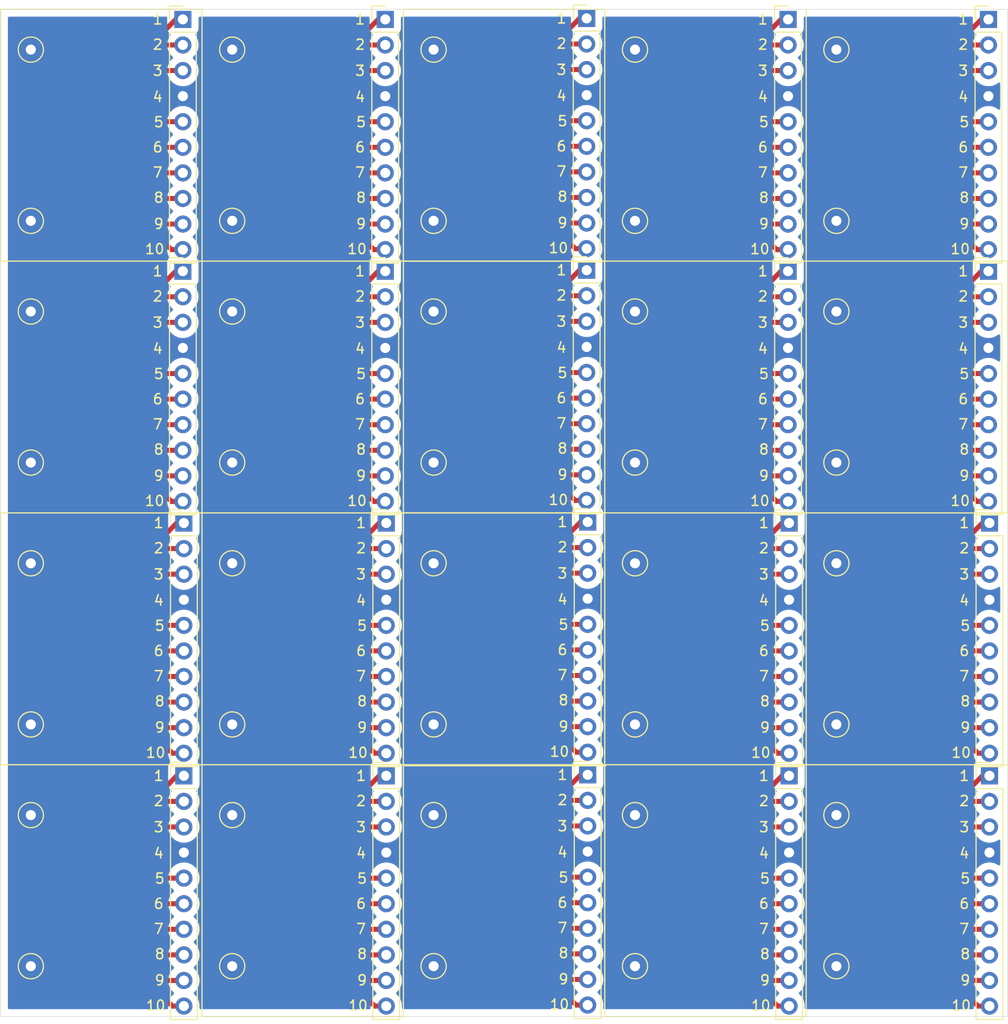
<source format=kicad_pcb>
(kicad_pcb (version 20171130) (host pcbnew 5.1.8-5.1.8)
  (layers (0 F.Cu signal) (31 B.Cu signal) (34 B.Paste user) (35 F.Paste user) (36 B.SilkS user) (37 F.SilkS user) (38 B.Mask user) (39 F.Mask user) (44 Edge.Cuts user))
  (net 0 "")
  (net 1 "Net-(J1-Pad10)")
  (net 2 "Net-(J1-Pad9)")
  (net 3 "Net-(J1-Pad8)")
  (net 4 "Net-(J1-Pad7)")
  (net 5 "Net-(J1-Pad6)")
  (net 6 "Net-(J1-Pad5)")
  (net 7 GND)
  (net 8 "Net-(J1-Pad3)")
  (net 9 "Net-(J1-Pad2)")
  (net 10 "Net-(J1-Pad1)")
  (module Connector_Pin:Pin_D1.0mm_L10.0mm (layer F.Cu) (at 59 72)
    (fp_text reference REF** hide)
    (fp_text value Pin_D1.0mm_L10.0mm hide)
    (pad 1 thru_hole circle (at 0 0) (size 2 2) (drill 1) (layers *.Cu *.Mask) (net 7 GND))
  )
  (module Connector_Pin:Pin_D1.0mm_L10.0mm (layer F.Cu) (at 59 123)
    (fp_text reference REF** hide)
    (fp_text value Pin_D1.0mm_L10.0mm hide)
    (pad 1 thru_hole circle (at 0 0) (size 2 2) (drill 1) (layers *.Cu *.Mask) (net 7 GND))
  )
  (module Connector_Pin:Pin_D1.0mm_L10.0mm (layer F.Cu) (at 59 163)
    (fp_text reference REF** hide)
    (fp_text value Pin_D1.0mm_L10.0mm hide)
    (pad 1 thru_hole circle (at 0 0) (size 2 2) (drill 1) (layers *.Cu *.Mask) (net 7 GND))
  )
  (module Connector_Pin:Pin_D1.0mm_L10.0mm (layer F.Cu) (at 59 98)
    (fp_text reference REF** hide)
    (fp_text value Pin_D1.0mm_L10.0mm hide)
    (pad 1 thru_hole circle (at 0 0) (size 2 2) (drill 1) (layers *.Cu *.Mask) (net 7 GND))
  )
  (module Connector_Pin:Pin_D1.0mm_L10.0mm (layer F.Cu) (at 59 89)
    (fp_text reference REF** hide)
    (fp_text value Pin_D1.0mm_L10.0mm hide)
    (pad 1 thru_hole circle (at 0 0) (size 2 2) (drill 1) (layers *.Cu *.Mask) (net 7 GND))
  )
  (module Connector_Pin:Pin_D1.0mm_L10.0mm (layer F.Cu) (at 59 148)
    (fp_text reference REF** hide)
    (fp_text value Pin_D1.0mm_L10.0mm hide)
    (pad 1 thru_hole circle (at 0 0) (size 2 2) (drill 1) (layers *.Cu *.Mask) (net 7 GND))
  )
  (module Connector_Pin:Pin_D1.0mm_L10.0mm (layer F.Cu) (at 59 139)
    (fp_text reference REF** hide)
    (fp_text value Pin_D1.0mm_L10.0mm hide)
    (pad 1 thru_hole circle (at 0 0) (size 2 2) (drill 1) (layers *.Cu *.Mask) (net 7 GND))
  )
  (module Connector_Pin:Pin_D1.0mm_L10.0mm (layer F.Cu) (at 59 113)
    (fp_text reference REF** hide)
    (fp_text value Pin_D1.0mm_L10.0mm hide)
    (pad 1 thru_hole circle (at 0 0) (size 2 2) (drill 1) (layers *.Cu *.Mask) (net 7 GND))
  )
  (module Connector_Pin:Pin_D1.0mm_L10.0mm (layer F.Cu) (at 139 139)
    (fp_text reference REF** hide)
    (fp_text value Pin_D1.0mm_L10.0mm hide)
    (pad 1 thru_hole circle (at 0 0) (size 2 2) (drill 1) (layers *.Cu *.Mask) (net 7 GND))
  )
  (module Connector_Pin:Pin_D1.0mm_L10.0mm (layer F.Cu) (at 139 113)
    (fp_text reference REF** hide)
    (fp_text value Pin_D1.0mm_L10.0mm hide)
    (pad 1 thru_hole circle (at 0 0) (size 2 2) (drill 1) (layers *.Cu *.Mask) (net 7 GND))
  )
  (module Connector_Pin:Pin_D1.0mm_L10.0mm (layer F.Cu) (at 139 72)
    (fp_text reference REF** hide)
    (fp_text value Pin_D1.0mm_L10.0mm hide)
    (pad 1 thru_hole circle (at 0 0) (size 2 2) (drill 1) (layers *.Cu *.Mask) (net 7 GND))
  )
  (module Connector_Pin:Pin_D1.0mm_L10.0mm (layer F.Cu) (at 139 98)
    (fp_text reference REF** hide)
    (fp_text value Pin_D1.0mm_L10.0mm hide)
    (pad 1 thru_hole circle (at 0 0) (size 2 2) (drill 1) (layers *.Cu *.Mask) (net 7 GND))
  )
  (module Connector_Pin:Pin_D1.0mm_L10.0mm (layer F.Cu) (at 139 89)
    (fp_text reference REF** hide)
    (fp_text value Pin_D1.0mm_L10.0mm hide)
    (pad 1 thru_hole circle (at 0 0) (size 2 2) (drill 1) (layers *.Cu *.Mask) (net 7 GND))
  )
  (module Connector_Pin:Pin_D1.0mm_L10.0mm (layer F.Cu) (at 139 163)
    (fp_text reference REF** hide)
    (fp_text value Pin_D1.0mm_L10.0mm hide)
    (pad 1 thru_hole circle (at 0 0) (size 2 2) (drill 1) (layers *.Cu *.Mask) (net 7 GND))
  )
  (module Connector_Pin:Pin_D1.0mm_L10.0mm (layer F.Cu) (at 139 123)
    (fp_text reference REF** hide)
    (fp_text value Pin_D1.0mm_L10.0mm hide)
    (pad 1 thru_hole circle (at 0 0) (size 2 2) (drill 1) (layers *.Cu *.Mask) (net 7 GND))
  )
  (module Connector_Pin:Pin_D1.0mm_L10.0mm (layer F.Cu) (at 139 148)
    (fp_text reference REF** hide)
    (fp_text value Pin_D1.0mm_L10.0mm hide)
    (pad 1 thru_hole circle (at 0 0) (size 2 2) (drill 1) (layers *.Cu *.Mask) (net 7 GND))
  )
  (module Connector_Pin:Pin_D1.0mm_L10.0mm (layer F.Cu) (at 119 148)
    (fp_text reference REF** hide)
    (fp_text value Pin_D1.0mm_L10.0mm hide)
    (pad 1 thru_hole circle (at 0 0) (size 2 2) (drill 1) (layers *.Cu *.Mask) (net 7 GND))
  )
  (module Connector_Pin:Pin_D1.0mm_L10.0mm (layer F.Cu) (at 119 163)
    (fp_text reference REF** hide)
    (fp_text value Pin_D1.0mm_L10.0mm hide)
    (pad 1 thru_hole circle (at 0 0) (size 2 2) (drill 1) (layers *.Cu *.Mask) (net 7 GND))
  )
  (module Connector_Pin:Pin_D1.0mm_L10.0mm (layer F.Cu) (at 119 89)
    (fp_text reference REF** hide)
    (fp_text value Pin_D1.0mm_L10.0mm hide)
    (pad 1 thru_hole circle (at 0 0) (size 2 2) (drill 1) (layers *.Cu *.Mask) (net 7 GND))
  )
  (module Connector_Pin:Pin_D1.0mm_L10.0mm (layer F.Cu) (at 119 98)
    (fp_text reference REF** hide)
    (fp_text value Pin_D1.0mm_L10.0mm hide)
    (pad 1 thru_hole circle (at 0 0) (size 2 2) (drill 1) (layers *.Cu *.Mask) (net 7 GND))
  )
  (module Connector_Pin:Pin_D1.0mm_L10.0mm (layer F.Cu) (at 119 139)
    (fp_text reference REF** hide)
    (fp_text value Pin_D1.0mm_L10.0mm hide)
    (pad 1 thru_hole circle (at 0 0) (size 2 2) (drill 1) (layers *.Cu *.Mask) (net 7 GND))
  )
  (module Connector_Pin:Pin_D1.0mm_L10.0mm (layer F.Cu) (at 119 113)
    (fp_text reference REF** hide)
    (fp_text value Pin_D1.0mm_L10.0mm hide)
    (pad 1 thru_hole circle (at 0 0) (size 2 2) (drill 1) (layers *.Cu *.Mask) (net 7 GND))
  )
  (module Connector_Pin:Pin_D1.0mm_L10.0mm (layer F.Cu) (at 119 72)
    (fp_text reference REF** hide)
    (fp_text value Pin_D1.0mm_L10.0mm hide)
    (pad 1 thru_hole circle (at 0 0) (size 2 2) (drill 1) (layers *.Cu *.Mask) (net 7 GND))
  )
  (module Connector_Pin:Pin_D1.0mm_L10.0mm (layer F.Cu) (at 119 123)
    (fp_text reference REF** hide)
    (fp_text value Pin_D1.0mm_L10.0mm hide)
    (pad 1 thru_hole circle (at 0 0) (size 2 2) (drill 1) (layers *.Cu *.Mask) (net 7 GND))
  )
  (module Connector_Pin:Pin_D1.0mm_L10.0mm (layer F.Cu) (at 99 123)
    (fp_text reference REF** hide)
    (fp_text value Pin_D1.0mm_L10.0mm hide)
    (pad 1 thru_hole circle (at 0 0) (size 2 2) (drill 1) (layers *.Cu *.Mask) (net 7 GND))
  )
  (module Connector_Pin:Pin_D1.0mm_L10.0mm (layer F.Cu) (at 99 113)
    (fp_text reference REF** hide)
    (fp_text value Pin_D1.0mm_L10.0mm hide)
    (pad 1 thru_hole circle (at 0 0) (size 2 2) (drill 1) (layers *.Cu *.Mask) (net 7 GND))
  )
  (module Connector_Pin:Pin_D1.0mm_L10.0mm (layer F.Cu) (at 99 163)
    (fp_text reference REF** hide)
    (fp_text value Pin_D1.0mm_L10.0mm hide)
    (pad 1 thru_hole circle (at 0 0) (size 2 2) (drill 1) (layers *.Cu *.Mask) (net 7 GND))
  )
  (module Connector_Pin:Pin_D1.0mm_L10.0mm (layer F.Cu) (at 99 98)
    (fp_text reference REF** hide)
    (fp_text value Pin_D1.0mm_L10.0mm hide)
    (pad 1 thru_hole circle (at 0 0) (size 2 2) (drill 1) (layers *.Cu *.Mask) (net 7 GND))
  )
  (module Connector_Pin:Pin_D1.0mm_L10.0mm (layer F.Cu) (at 99 89)
    (fp_text reference REF** hide)
    (fp_text value Pin_D1.0mm_L10.0mm hide)
    (pad 1 thru_hole circle (at 0 0) (size 2 2) (drill 1) (layers *.Cu *.Mask) (net 7 GND))
  )
  (module Connector_Pin:Pin_D1.0mm_L10.0mm (layer F.Cu) (at 99 139)
    (fp_text reference REF** hide)
    (fp_text value Pin_D1.0mm_L10.0mm hide)
    (pad 1 thru_hole circle (at 0 0) (size 2 2) (drill 1) (layers *.Cu *.Mask) (net 7 GND))
  )
  (module Connector_Pin:Pin_D1.0mm_L10.0mm (layer F.Cu) (at 99 148)
    (fp_text reference REF** hide)
    (fp_text value Pin_D1.0mm_L10.0mm hide)
    (pad 1 thru_hole circle (at 0 0) (size 2 2) (drill 1) (layers *.Cu *.Mask) (net 7 GND))
  )
  (module Connector_Pin:Pin_D1.0mm_L10.0mm (layer F.Cu) (at 99 72)
    (fp_text reference REF** hide)
    (fp_text value Pin_D1.0mm_L10.0mm hide)
    (pad 1 thru_hole circle (at 0 0) (size 2 2) (drill 1) (layers *.Cu *.Mask) (net 7 GND))
  )
  (module Connector_Pin:Pin_D1.0mm_L10.0mm (layer F.Cu) (at 79 113)
    (fp_text reference REF** hide)
    (fp_text value Pin_D1.0mm_L10.0mm hide)
    (pad 1 thru_hole circle (at 0 0) (size 2 2) (drill 1) (layers *.Cu *.Mask) (net 7 GND))
  )
  (module Connector_Pin:Pin_D1.0mm_L10.0mm (layer F.Cu) (at 79 139)
    (fp_text reference REF** hide)
    (fp_text value Pin_D1.0mm_L10.0mm hide)
    (pad 1 thru_hole circle (at 0 0) (size 2 2) (drill 1) (layers *.Cu *.Mask) (net 7 GND))
  )
  (module Connector_Pin:Pin_D1.0mm_L10.0mm (layer F.Cu) (at 79 148)
    (fp_text reference REF** hide)
    (fp_text value Pin_D1.0mm_L10.0mm hide)
    (pad 1 thru_hole circle (at 0 0) (size 2 2) (drill 1) (layers *.Cu *.Mask) (net 7 GND))
  )
  (module Connector_Pin:Pin_D1.0mm_L10.0mm (layer F.Cu) (at 79 89)
    (fp_text reference REF** hide)
    (fp_text value Pin_D1.0mm_L10.0mm hide)
    (pad 1 thru_hole circle (at 0 0) (size 2 2) (drill 1) (layers *.Cu *.Mask) (net 7 GND))
  )
  (module Connector_Pin:Pin_D1.0mm_L10.0mm (layer F.Cu) (at 79 98)
    (fp_text reference REF** hide)
    (fp_text value Pin_D1.0mm_L10.0mm hide)
    (pad 1 thru_hole circle (at 0 0) (size 2 2) (drill 1) (layers *.Cu *.Mask) (net 7 GND))
  )
  (module Connector_Pin:Pin_D1.0mm_L10.0mm (layer F.Cu) (at 79 163)
    (fp_text reference REF** hide)
    (fp_text value Pin_D1.0mm_L10.0mm hide)
    (pad 1 thru_hole circle (at 0 0) (size 2 2) (drill 1) (layers *.Cu *.Mask) (net 7 GND))
  )
  (module Connector_Pin:Pin_D1.0mm_L10.0mm (layer F.Cu) (at 79 123)
    (fp_text reference REF** hide)
    (fp_text value Pin_D1.0mm_L10.0mm hide)
    (pad 1 thru_hole circle (at 0 0) (size 2 2) (drill 1) (layers *.Cu *.Mask) (net 7 GND))
  )
  (module Connector_Pin:Pin_D1.0mm_L10.0mm (layer F.Cu) (at 79 72)
    (fp_text reference REF** hide)
    (fp_text value Pin_D1.0mm_L10.0mm hide)
    (pad 1 thru_hole circle (at 0 0) (size 2 2) (drill 1) (layers *.Cu *.Mask) (net 7 GND))
  )
  (module Connector_FFC-FPC:FPC_10_1.0mm (layer F.Cu) (at 83 159.5 90)
    (fp_text reference J2 hide)
    (fp_text value FPC_10 hide)
    (pad 10 smd custom (at 8.3 0.6 90) (size 0.6 5) (layers F.Cu F.Paste F.Mask) (net 10 "Net-(J1-Pad1)") (options (clearance outline) (anchor rect)) (primitives))
    (pad 9 smd custom (at 7.3 0.6 90) (size 0.6 5) (layers F.Cu F.Paste F.Mask) (net 9 "Net-(J1-Pad2)") (options (clearance outline) (anchor rect)) (primitives))
    (pad 8 smd custom (at 6.3 0.6 90) (size 0.6 5) (layers F.Cu F.Paste F.Mask) (net 8 "Net-(J1-Pad3)") (options (clearance outline) (anchor rect)) (primitives))
    (pad 7 smd custom (at 5.3 0.6 90) (size 0.6 5) (layers F.Cu F.Paste F.Mask) (net 7 GND) (options (clearance outline) (anchor rect)) (primitives))
    (pad 6 smd custom (at 4.3 0.6 90) (size 0.6 5) (layers F.Cu F.Paste F.Mask) (net 6 "Net-(J1-Pad5)") (options (clearance outline) (anchor rect)) (primitives))
    (pad 5 smd custom (at 3.3 0.6 90) (size 0.6 5) (layers F.Cu F.Paste F.Mask) (net 5 "Net-(J1-Pad6)") (options (clearance outline) (anchor rect)) (primitives))
    (pad 4 smd custom (at 2.3 0.6 90) (size 0.6 5) (layers F.Cu F.Paste F.Mask) (net 4 "Net-(J1-Pad7)") (options (clearance outline) (anchor rect)) (primitives))
    (pad 3 smd custom (at 1.3 0.6 90) (size 0.6 5) (layers F.Cu F.Paste F.Mask) (net 3 "Net-(J1-Pad8)") (options (clearance outline) (anchor rect)) (primitives))
    (pad 2 smd custom (at 0.3 0.6 90) (size 0.6 5) (layers F.Cu F.Paste F.Mask) (net 2 "Net-(J1-Pad9)") (options (clearance outline) (anchor rect)) (primitives))
    (pad 1 smd custom (at -0.7 0.6 90) (size 0.6 5) (layers F.Cu F.Paste F.Mask) (net 1 "Net-(J1-Pad10)") (options (clearance outline) (anchor rect)) (primitives))
  )
  (module Connector_FFC-FPC:FPC_10_1.0mm (layer F.Cu) (at 62.9 159.5 90)
    (fp_text reference J2 hide)
    (fp_text value FPC_10 hide)
    (pad 1 smd custom (at -0.7 0.6 90) (size 0.6 5) (layers F.Cu F.Paste F.Mask) (net 1 "Net-(J1-Pad10)") (options (clearance outline) (anchor rect)) (primitives))
    (pad 2 smd custom (at 0.3 0.6 90) (size 0.6 5) (layers F.Cu F.Paste F.Mask) (net 2 "Net-(J1-Pad9)") (options (clearance outline) (anchor rect)) (primitives))
    (pad 3 smd custom (at 1.3 0.6 90) (size 0.6 5) (layers F.Cu F.Paste F.Mask) (net 3 "Net-(J1-Pad8)") (options (clearance outline) (anchor rect)) (primitives))
    (pad 4 smd custom (at 2.3 0.6 90) (size 0.6 5) (layers F.Cu F.Paste F.Mask) (net 4 "Net-(J1-Pad7)") (options (clearance outline) (anchor rect)) (primitives))
    (pad 5 smd custom (at 3.3 0.6 90) (size 0.6 5) (layers F.Cu F.Paste F.Mask) (net 5 "Net-(J1-Pad6)") (options (clearance outline) (anchor rect)) (primitives))
    (pad 6 smd custom (at 4.3 0.6 90) (size 0.6 5) (layers F.Cu F.Paste F.Mask) (net 6 "Net-(J1-Pad5)") (options (clearance outline) (anchor rect)) (primitives))
    (pad 7 smd custom (at 5.3 0.6 90) (size 0.6 5) (layers F.Cu F.Paste F.Mask) (net 7 GND) (options (clearance outline) (anchor rect)) (primitives))
    (pad 8 smd custom (at 6.3 0.6 90) (size 0.6 5) (layers F.Cu F.Paste F.Mask) (net 8 "Net-(J1-Pad3)") (options (clearance outline) (anchor rect)) (primitives))
    (pad 9 smd custom (at 7.3 0.6 90) (size 0.6 5) (layers F.Cu F.Paste F.Mask) (net 9 "Net-(J1-Pad2)") (options (clearance outline) (anchor rect)) (primitives))
    (pad 10 smd custom (at 8.3 0.6 90) (size 0.6 5) (layers F.Cu F.Paste F.Mask) (net 10 "Net-(J1-Pad1)") (options (clearance outline) (anchor rect)) (primitives))
  )
  (module Connector_FFC-FPC:FPC_10_1.0mm (layer F.Cu) (at 103 159.4 90)
    (fp_text reference J2 hide)
    (fp_text value FPC_10 hide)
    (pad 1 smd custom (at -0.7 0.6 90) (size 0.6 5) (layers F.Cu F.Paste F.Mask) (net 1 "Net-(J1-Pad10)") (options (clearance outline) (anchor rect)) (primitives))
    (pad 2 smd custom (at 0.3 0.6 90) (size 0.6 5) (layers F.Cu F.Paste F.Mask) (net 2 "Net-(J1-Pad9)") (options (clearance outline) (anchor rect)) (primitives))
    (pad 3 smd custom (at 1.3 0.6 90) (size 0.6 5) (layers F.Cu F.Paste F.Mask) (net 3 "Net-(J1-Pad8)") (options (clearance outline) (anchor rect)) (primitives))
    (pad 4 smd custom (at 2.3 0.6 90) (size 0.6 5) (layers F.Cu F.Paste F.Mask) (net 4 "Net-(J1-Pad7)") (options (clearance outline) (anchor rect)) (primitives))
    (pad 5 smd custom (at 3.3 0.6 90) (size 0.6 5) (layers F.Cu F.Paste F.Mask) (net 5 "Net-(J1-Pad6)") (options (clearance outline) (anchor rect)) (primitives))
    (pad 6 smd custom (at 4.3 0.6 90) (size 0.6 5) (layers F.Cu F.Paste F.Mask) (net 6 "Net-(J1-Pad5)") (options (clearance outline) (anchor rect)) (primitives))
    (pad 7 smd custom (at 5.3 0.6 90) (size 0.6 5) (layers F.Cu F.Paste F.Mask) (net 7 GND) (options (clearance outline) (anchor rect)) (primitives))
    (pad 8 smd custom (at 6.3 0.6 90) (size 0.6 5) (layers F.Cu F.Paste F.Mask) (net 8 "Net-(J1-Pad3)") (options (clearance outline) (anchor rect)) (primitives))
    (pad 9 smd custom (at 7.3 0.6 90) (size 0.6 5) (layers F.Cu F.Paste F.Mask) (net 9 "Net-(J1-Pad2)") (options (clearance outline) (anchor rect)) (primitives))
    (pad 10 smd custom (at 8.3 0.6 90) (size 0.6 5) (layers F.Cu F.Paste F.Mask) (net 10 "Net-(J1-Pad1)") (options (clearance outline) (anchor rect)) (primitives))
  )
  (module Connector_PinHeader_2.54mm:PinHeader_1x10_P2.54mm_Vertical (layer F.Cu) (at 114.3 144)
    (fp_text reference J1 hide)
    (fp_text value Conn_01x10_Male hide)
    (pad 1 thru_hole rect (at 0 0) (size 1.7 1.7) (drill 1) (layers *.Cu *.Mask) (net 10 "Net-(J1-Pad1)"))
    (pad 2 thru_hole oval (at 0 2.54) (size 1.7 1.7) (drill 1) (layers *.Cu *.Mask) (net 9 "Net-(J1-Pad2)"))
    (pad 3 thru_hole oval (at 0 5.08) (size 1.7 1.7) (drill 1) (layers *.Cu *.Mask) (net 8 "Net-(J1-Pad3)"))
    (pad 4 thru_hole oval (at 0 7.62) (size 1.7 1.7) (drill 1) (layers *.Cu *.Mask) (net 7 GND))
    (pad 5 thru_hole oval (at 0 10.16) (size 1.7 1.7) (drill 1) (layers *.Cu *.Mask) (net 6 "Net-(J1-Pad5)"))
    (pad 6 thru_hole oval (at 0 12.7) (size 1.7 1.7) (drill 1) (layers *.Cu *.Mask) (net 5 "Net-(J1-Pad6)"))
    (pad 7 thru_hole oval (at 0 15.24) (size 1.7 1.7) (drill 1) (layers *.Cu *.Mask) (net 4 "Net-(J1-Pad7)"))
    (pad 8 thru_hole oval (at 0 17.78) (size 1.7 1.7) (drill 1) (layers *.Cu *.Mask) (net 3 "Net-(J1-Pad8)"))
    (pad 9 thru_hole oval (at 0 20.32) (size 1.7 1.7) (drill 1) (layers *.Cu *.Mask) (net 2 "Net-(J1-Pad9)"))
    (pad 10 thru_hole oval (at 0 22.86) (size 1.7 1.7) (drill 1) (layers *.Cu *.Mask) (net 1 "Net-(J1-Pad10)"))
  )
  (module Connector_PinHeader_2.54mm:PinHeader_1x10_P2.54mm_Vertical (layer F.Cu) (at 94.3 144.1)
    (fp_text reference J1 hide)
    (fp_text value Conn_01x10_Male hide)
    (pad 10 thru_hole oval (at 0 22.86) (size 1.7 1.7) (drill 1) (layers *.Cu *.Mask) (net 1 "Net-(J1-Pad10)"))
    (pad 9 thru_hole oval (at 0 20.32) (size 1.7 1.7) (drill 1) (layers *.Cu *.Mask) (net 2 "Net-(J1-Pad9)"))
    (pad 8 thru_hole oval (at 0 17.78) (size 1.7 1.7) (drill 1) (layers *.Cu *.Mask) (net 3 "Net-(J1-Pad8)"))
    (pad 7 thru_hole oval (at 0 15.24) (size 1.7 1.7) (drill 1) (layers *.Cu *.Mask) (net 4 "Net-(J1-Pad7)"))
    (pad 6 thru_hole oval (at 0 12.7) (size 1.7 1.7) (drill 1) (layers *.Cu *.Mask) (net 5 "Net-(J1-Pad6)"))
    (pad 5 thru_hole oval (at 0 10.16) (size 1.7 1.7) (drill 1) (layers *.Cu *.Mask) (net 6 "Net-(J1-Pad5)"))
    (pad 4 thru_hole oval (at 0 7.62) (size 1.7 1.7) (drill 1) (layers *.Cu *.Mask) (net 7 GND))
    (pad 3 thru_hole oval (at 0 5.08) (size 1.7 1.7) (drill 1) (layers *.Cu *.Mask) (net 8 "Net-(J1-Pad3)"))
    (pad 2 thru_hole oval (at 0 2.54) (size 1.7 1.7) (drill 1) (layers *.Cu *.Mask) (net 9 "Net-(J1-Pad2)"))
    (pad 1 thru_hole rect (at 0 0) (size 1.7 1.7) (drill 1) (layers *.Cu *.Mask) (net 10 "Net-(J1-Pad1)"))
  )
  (module Connector_PinHeader_2.54mm:PinHeader_1x10_P2.54mm_Vertical (layer F.Cu) (at 74.2 144.1)
    (fp_text reference J1 hide)
    (fp_text value Conn_01x10_Male hide)
    (pad 1 thru_hole rect (at 0 0) (size 1.7 1.7) (drill 1) (layers *.Cu *.Mask) (net 10 "Net-(J1-Pad1)"))
    (pad 2 thru_hole oval (at 0 2.54) (size 1.7 1.7) (drill 1) (layers *.Cu *.Mask) (net 9 "Net-(J1-Pad2)"))
    (pad 3 thru_hole oval (at 0 5.08) (size 1.7 1.7) (drill 1) (layers *.Cu *.Mask) (net 8 "Net-(J1-Pad3)"))
    (pad 4 thru_hole oval (at 0 7.62) (size 1.7 1.7) (drill 1) (layers *.Cu *.Mask) (net 7 GND))
    (pad 5 thru_hole oval (at 0 10.16) (size 1.7 1.7) (drill 1) (layers *.Cu *.Mask) (net 6 "Net-(J1-Pad5)"))
    (pad 6 thru_hole oval (at 0 12.7) (size 1.7 1.7) (drill 1) (layers *.Cu *.Mask) (net 5 "Net-(J1-Pad6)"))
    (pad 7 thru_hole oval (at 0 15.24) (size 1.7 1.7) (drill 1) (layers *.Cu *.Mask) (net 4 "Net-(J1-Pad7)"))
    (pad 8 thru_hole oval (at 0 17.78) (size 1.7 1.7) (drill 1) (layers *.Cu *.Mask) (net 3 "Net-(J1-Pad8)"))
    (pad 9 thru_hole oval (at 0 20.32) (size 1.7 1.7) (drill 1) (layers *.Cu *.Mask) (net 2 "Net-(J1-Pad9)"))
    (pad 10 thru_hole oval (at 0 22.86) (size 1.7 1.7) (drill 1) (layers *.Cu *.Mask) (net 1 "Net-(J1-Pad10)"))
  )
  (module Connector_FFC-FPC:FPC_10_1.0mm (layer F.Cu) (at 142.9 159.5 90)
    (fp_text reference J2 hide)
    (fp_text value FPC_10 hide)
    (pad 1 smd custom (at -0.7 0.6 90) (size 0.6 5) (layers F.Cu F.Paste F.Mask) (net 1 "Net-(J1-Pad10)") (options (clearance outline) (anchor rect)) (primitives))
    (pad 2 smd custom (at 0.3 0.6 90) (size 0.6 5) (layers F.Cu F.Paste F.Mask) (net 2 "Net-(J1-Pad9)") (options (clearance outline) (anchor rect)) (primitives))
    (pad 3 smd custom (at 1.3 0.6 90) (size 0.6 5) (layers F.Cu F.Paste F.Mask) (net 3 "Net-(J1-Pad8)") (options (clearance outline) (anchor rect)) (primitives))
    (pad 4 smd custom (at 2.3 0.6 90) (size 0.6 5) (layers F.Cu F.Paste F.Mask) (net 4 "Net-(J1-Pad7)") (options (clearance outline) (anchor rect)) (primitives))
    (pad 5 smd custom (at 3.3 0.6 90) (size 0.6 5) (layers F.Cu F.Paste F.Mask) (net 5 "Net-(J1-Pad6)") (options (clearance outline) (anchor rect)) (primitives))
    (pad 6 smd custom (at 4.3 0.6 90) (size 0.6 5) (layers F.Cu F.Paste F.Mask) (net 6 "Net-(J1-Pad5)") (options (clearance outline) (anchor rect)) (primitives))
    (pad 7 smd custom (at 5.3 0.6 90) (size 0.6 5) (layers F.Cu F.Paste F.Mask) (net 7 GND) (options (clearance outline) (anchor rect)) (primitives))
    (pad 8 smd custom (at 6.3 0.6 90) (size 0.6 5) (layers F.Cu F.Paste F.Mask) (net 8 "Net-(J1-Pad3)") (options (clearance outline) (anchor rect)) (primitives))
    (pad 9 smd custom (at 7.3 0.6 90) (size 0.6 5) (layers F.Cu F.Paste F.Mask) (net 9 "Net-(J1-Pad2)") (options (clearance outline) (anchor rect)) (primitives))
    (pad 10 smd custom (at 8.3 0.6 90) (size 0.6 5) (layers F.Cu F.Paste F.Mask) (net 10 "Net-(J1-Pad1)") (options (clearance outline) (anchor rect)) (primitives))
  )
  (module Connector_FFC-FPC:FPC_10_1.0mm (layer F.Cu) (at 123 159.5 90)
    (fp_text reference J2 hide)
    (fp_text value FPC_10 hide)
    (pad 10 smd custom (at 8.3 0.6 90) (size 0.6 5) (layers F.Cu F.Paste F.Mask) (net 10 "Net-(J1-Pad1)") (options (clearance outline) (anchor rect)) (primitives))
    (pad 9 smd custom (at 7.3 0.6 90) (size 0.6 5) (layers F.Cu F.Paste F.Mask) (net 9 "Net-(J1-Pad2)") (options (clearance outline) (anchor rect)) (primitives))
    (pad 8 smd custom (at 6.3 0.6 90) (size 0.6 5) (layers F.Cu F.Paste F.Mask) (net 8 "Net-(J1-Pad3)") (options (clearance outline) (anchor rect)) (primitives))
    (pad 7 smd custom (at 5.3 0.6 90) (size 0.6 5) (layers F.Cu F.Paste F.Mask) (net 7 GND) (options (clearance outline) (anchor rect)) (primitives))
    (pad 6 smd custom (at 4.3 0.6 90) (size 0.6 5) (layers F.Cu F.Paste F.Mask) (net 6 "Net-(J1-Pad5)") (options (clearance outline) (anchor rect)) (primitives))
    (pad 5 smd custom (at 3.3 0.6 90) (size 0.6 5) (layers F.Cu F.Paste F.Mask) (net 5 "Net-(J1-Pad6)") (options (clearance outline) (anchor rect)) (primitives))
    (pad 4 smd custom (at 2.3 0.6 90) (size 0.6 5) (layers F.Cu F.Paste F.Mask) (net 4 "Net-(J1-Pad7)") (options (clearance outline) (anchor rect)) (primitives))
    (pad 3 smd custom (at 1.3 0.6 90) (size 0.6 5) (layers F.Cu F.Paste F.Mask) (net 3 "Net-(J1-Pad8)") (options (clearance outline) (anchor rect)) (primitives))
    (pad 2 smd custom (at 0.3 0.6 90) (size 0.6 5) (layers F.Cu F.Paste F.Mask) (net 2 "Net-(J1-Pad9)") (options (clearance outline) (anchor rect)) (primitives))
    (pad 1 smd custom (at -0.7 0.6 90) (size 0.6 5) (layers F.Cu F.Paste F.Mask) (net 1 "Net-(J1-Pad10)") (options (clearance outline) (anchor rect)) (primitives))
  )
  (module Connector_PinHeader_2.54mm:PinHeader_1x10_P2.54mm_Vertical (layer F.Cu) (at 134.3 144.1)
    (fp_text reference J1 hide)
    (fp_text value Conn_01x10_Male hide)
    (pad 10 thru_hole oval (at 0 22.86) (size 1.7 1.7) (drill 1) (layers *.Cu *.Mask) (net 1 "Net-(J1-Pad10)"))
    (pad 9 thru_hole oval (at 0 20.32) (size 1.7 1.7) (drill 1) (layers *.Cu *.Mask) (net 2 "Net-(J1-Pad9)"))
    (pad 8 thru_hole oval (at 0 17.78) (size 1.7 1.7) (drill 1) (layers *.Cu *.Mask) (net 3 "Net-(J1-Pad8)"))
    (pad 7 thru_hole oval (at 0 15.24) (size 1.7 1.7) (drill 1) (layers *.Cu *.Mask) (net 4 "Net-(J1-Pad7)"))
    (pad 6 thru_hole oval (at 0 12.7) (size 1.7 1.7) (drill 1) (layers *.Cu *.Mask) (net 5 "Net-(J1-Pad6)"))
    (pad 5 thru_hole oval (at 0 10.16) (size 1.7 1.7) (drill 1) (layers *.Cu *.Mask) (net 6 "Net-(J1-Pad5)"))
    (pad 4 thru_hole oval (at 0 7.62) (size 1.7 1.7) (drill 1) (layers *.Cu *.Mask) (net 7 GND))
    (pad 3 thru_hole oval (at 0 5.08) (size 1.7 1.7) (drill 1) (layers *.Cu *.Mask) (net 8 "Net-(J1-Pad3)"))
    (pad 2 thru_hole oval (at 0 2.54) (size 1.7 1.7) (drill 1) (layers *.Cu *.Mask) (net 9 "Net-(J1-Pad2)"))
    (pad 1 thru_hole rect (at 0 0) (size 1.7 1.7) (drill 1) (layers *.Cu *.Mask) (net 10 "Net-(J1-Pad1)"))
  )
  (module Connector_PinHeader_2.54mm:PinHeader_1x10_P2.54mm_Vertical (layer F.Cu) (at 154.2 144.1)
    (fp_text reference J1 hide)
    (fp_text value Conn_01x10_Male hide)
    (pad 1 thru_hole rect (at 0 0) (size 1.7 1.7) (drill 1) (layers *.Cu *.Mask) (net 10 "Net-(J1-Pad1)"))
    (pad 2 thru_hole oval (at 0 2.54) (size 1.7 1.7) (drill 1) (layers *.Cu *.Mask) (net 9 "Net-(J1-Pad2)"))
    (pad 3 thru_hole oval (at 0 5.08) (size 1.7 1.7) (drill 1) (layers *.Cu *.Mask) (net 8 "Net-(J1-Pad3)"))
    (pad 4 thru_hole oval (at 0 7.62) (size 1.7 1.7) (drill 1) (layers *.Cu *.Mask) (net 7 GND))
    (pad 5 thru_hole oval (at 0 10.16) (size 1.7 1.7) (drill 1) (layers *.Cu *.Mask) (net 6 "Net-(J1-Pad5)"))
    (pad 6 thru_hole oval (at 0 12.7) (size 1.7 1.7) (drill 1) (layers *.Cu *.Mask) (net 5 "Net-(J1-Pad6)"))
    (pad 7 thru_hole oval (at 0 15.24) (size 1.7 1.7) (drill 1) (layers *.Cu *.Mask) (net 4 "Net-(J1-Pad7)"))
    (pad 8 thru_hole oval (at 0 17.78) (size 1.7 1.7) (drill 1) (layers *.Cu *.Mask) (net 3 "Net-(J1-Pad8)"))
    (pad 9 thru_hole oval (at 0 20.32) (size 1.7 1.7) (drill 1) (layers *.Cu *.Mask) (net 2 "Net-(J1-Pad9)"))
    (pad 10 thru_hole oval (at 0 22.86) (size 1.7 1.7) (drill 1) (layers *.Cu *.Mask) (net 1 "Net-(J1-Pad10)"))
  )
  (module Connector_PinHeader_2.54mm:PinHeader_1x10_P2.54mm_Vertical (layer F.Cu) (at 94.3 119)
    (fp_text reference J1 hide)
    (fp_text value Conn_01x10_Male hide)
    (pad 1 thru_hole rect (at 0 0) (size 1.7 1.7) (drill 1) (layers *.Cu *.Mask) (net 10 "Net-(J1-Pad1)"))
    (pad 2 thru_hole oval (at 0 2.54) (size 1.7 1.7) (drill 1) (layers *.Cu *.Mask) (net 9 "Net-(J1-Pad2)"))
    (pad 3 thru_hole oval (at 0 5.08) (size 1.7 1.7) (drill 1) (layers *.Cu *.Mask) (net 8 "Net-(J1-Pad3)"))
    (pad 4 thru_hole oval (at 0 7.62) (size 1.7 1.7) (drill 1) (layers *.Cu *.Mask) (net 7 GND))
    (pad 5 thru_hole oval (at 0 10.16) (size 1.7 1.7) (drill 1) (layers *.Cu *.Mask) (net 6 "Net-(J1-Pad5)"))
    (pad 6 thru_hole oval (at 0 12.7) (size 1.7 1.7) (drill 1) (layers *.Cu *.Mask) (net 5 "Net-(J1-Pad6)"))
    (pad 7 thru_hole oval (at 0 15.24) (size 1.7 1.7) (drill 1) (layers *.Cu *.Mask) (net 4 "Net-(J1-Pad7)"))
    (pad 8 thru_hole oval (at 0 17.78) (size 1.7 1.7) (drill 1) (layers *.Cu *.Mask) (net 3 "Net-(J1-Pad8)"))
    (pad 9 thru_hole oval (at 0 20.32) (size 1.7 1.7) (drill 1) (layers *.Cu *.Mask) (net 2 "Net-(J1-Pad9)"))
    (pad 10 thru_hole oval (at 0 22.86) (size 1.7 1.7) (drill 1) (layers *.Cu *.Mask) (net 1 "Net-(J1-Pad10)"))
  )
  (module Connector_PinHeader_2.54mm:PinHeader_1x10_P2.54mm_Vertical (layer F.Cu) (at 114.3 118.9)
    (fp_text reference J1 hide)
    (fp_text value Conn_01x10_Male hide)
    (pad 10 thru_hole oval (at 0 22.86) (size 1.7 1.7) (drill 1) (layers *.Cu *.Mask) (net 1 "Net-(J1-Pad10)"))
    (pad 9 thru_hole oval (at 0 20.32) (size 1.7 1.7) (drill 1) (layers *.Cu *.Mask) (net 2 "Net-(J1-Pad9)"))
    (pad 8 thru_hole oval (at 0 17.78) (size 1.7 1.7) (drill 1) (layers *.Cu *.Mask) (net 3 "Net-(J1-Pad8)"))
    (pad 7 thru_hole oval (at 0 15.24) (size 1.7 1.7) (drill 1) (layers *.Cu *.Mask) (net 4 "Net-(J1-Pad7)"))
    (pad 6 thru_hole oval (at 0 12.7) (size 1.7 1.7) (drill 1) (layers *.Cu *.Mask) (net 5 "Net-(J1-Pad6)"))
    (pad 5 thru_hole oval (at 0 10.16) (size 1.7 1.7) (drill 1) (layers *.Cu *.Mask) (net 6 "Net-(J1-Pad5)"))
    (pad 4 thru_hole oval (at 0 7.62) (size 1.7 1.7) (drill 1) (layers *.Cu *.Mask) (net 7 GND))
    (pad 3 thru_hole oval (at 0 5.08) (size 1.7 1.7) (drill 1) (layers *.Cu *.Mask) (net 8 "Net-(J1-Pad3)"))
    (pad 2 thru_hole oval (at 0 2.54) (size 1.7 1.7) (drill 1) (layers *.Cu *.Mask) (net 9 "Net-(J1-Pad2)"))
    (pad 1 thru_hole rect (at 0 0) (size 1.7 1.7) (drill 1) (layers *.Cu *.Mask) (net 10 "Net-(J1-Pad1)"))
  )
  (module Connector_FFC-FPC:FPC_10_1.0mm (layer F.Cu) (at 103 134.3 90)
    (fp_text reference J2 hide)
    (fp_text value FPC_10 hide)
    (pad 10 smd custom (at 8.3 0.6 90) (size 0.6 5) (layers F.Cu F.Paste F.Mask) (net 10 "Net-(J1-Pad1)") (options (clearance outline) (anchor rect)) (primitives))
    (pad 9 smd custom (at 7.3 0.6 90) (size 0.6 5) (layers F.Cu F.Paste F.Mask) (net 9 "Net-(J1-Pad2)") (options (clearance outline) (anchor rect)) (primitives))
    (pad 8 smd custom (at 6.3 0.6 90) (size 0.6 5) (layers F.Cu F.Paste F.Mask) (net 8 "Net-(J1-Pad3)") (options (clearance outline) (anchor rect)) (primitives))
    (pad 7 smd custom (at 5.3 0.6 90) (size 0.6 5) (layers F.Cu F.Paste F.Mask) (net 7 GND) (options (clearance outline) (anchor rect)) (primitives))
    (pad 6 smd custom (at 4.3 0.6 90) (size 0.6 5) (layers F.Cu F.Paste F.Mask) (net 6 "Net-(J1-Pad5)") (options (clearance outline) (anchor rect)) (primitives))
    (pad 5 smd custom (at 3.3 0.6 90) (size 0.6 5) (layers F.Cu F.Paste F.Mask) (net 5 "Net-(J1-Pad6)") (options (clearance outline) (anchor rect)) (primitives))
    (pad 4 smd custom (at 2.3 0.6 90) (size 0.6 5) (layers F.Cu F.Paste F.Mask) (net 4 "Net-(J1-Pad7)") (options (clearance outline) (anchor rect)) (primitives))
    (pad 3 smd custom (at 1.3 0.6 90) (size 0.6 5) (layers F.Cu F.Paste F.Mask) (net 3 "Net-(J1-Pad8)") (options (clearance outline) (anchor rect)) (primitives))
    (pad 2 smd custom (at 0.3 0.6 90) (size 0.6 5) (layers F.Cu F.Paste F.Mask) (net 2 "Net-(J1-Pad9)") (options (clearance outline) (anchor rect)) (primitives))
    (pad 1 smd custom (at -0.7 0.6 90) (size 0.6 5) (layers F.Cu F.Paste F.Mask) (net 1 "Net-(J1-Pad10)") (options (clearance outline) (anchor rect)) (primitives))
  )
  (module Connector_FFC-FPC:FPC_10_1.0mm (layer F.Cu) (at 142.9 134.4 90)
    (fp_text reference J2 hide)
    (fp_text value FPC_10 hide)
    (pad 10 smd custom (at 8.3 0.6 90) (size 0.6 5) (layers F.Cu F.Paste F.Mask) (net 10 "Net-(J1-Pad1)") (options (clearance outline) (anchor rect)) (primitives))
    (pad 9 smd custom (at 7.3 0.6 90) (size 0.6 5) (layers F.Cu F.Paste F.Mask) (net 9 "Net-(J1-Pad2)") (options (clearance outline) (anchor rect)) (primitives))
    (pad 8 smd custom (at 6.3 0.6 90) (size 0.6 5) (layers F.Cu F.Paste F.Mask) (net 8 "Net-(J1-Pad3)") (options (clearance outline) (anchor rect)) (primitives))
    (pad 7 smd custom (at 5.3 0.6 90) (size 0.6 5) (layers F.Cu F.Paste F.Mask) (net 7 GND) (options (clearance outline) (anchor rect)) (primitives))
    (pad 6 smd custom (at 4.3 0.6 90) (size 0.6 5) (layers F.Cu F.Paste F.Mask) (net 6 "Net-(J1-Pad5)") (options (clearance outline) (anchor rect)) (primitives))
    (pad 5 smd custom (at 3.3 0.6 90) (size 0.6 5) (layers F.Cu F.Paste F.Mask) (net 5 "Net-(J1-Pad6)") (options (clearance outline) (anchor rect)) (primitives))
    (pad 4 smd custom (at 2.3 0.6 90) (size 0.6 5) (layers F.Cu F.Paste F.Mask) (net 4 "Net-(J1-Pad7)") (options (clearance outline) (anchor rect)) (primitives))
    (pad 3 smd custom (at 1.3 0.6 90) (size 0.6 5) (layers F.Cu F.Paste F.Mask) (net 3 "Net-(J1-Pad8)") (options (clearance outline) (anchor rect)) (primitives))
    (pad 2 smd custom (at 0.3 0.6 90) (size 0.6 5) (layers F.Cu F.Paste F.Mask) (net 2 "Net-(J1-Pad9)") (options (clearance outline) (anchor rect)) (primitives))
    (pad 1 smd custom (at -0.7 0.6 90) (size 0.6 5) (layers F.Cu F.Paste F.Mask) (net 1 "Net-(J1-Pad10)") (options (clearance outline) (anchor rect)) (primitives))
  )
  (module Connector_FFC-FPC:FPC_10_1.0mm (layer F.Cu) (at 83 134.4 90)
    (fp_text reference J2 hide)
    (fp_text value FPC_10 hide)
    (pad 1 smd custom (at -0.7 0.6 90) (size 0.6 5) (layers F.Cu F.Paste F.Mask) (net 1 "Net-(J1-Pad10)") (options (clearance outline) (anchor rect)) (primitives))
    (pad 2 smd custom (at 0.3 0.6 90) (size 0.6 5) (layers F.Cu F.Paste F.Mask) (net 2 "Net-(J1-Pad9)") (options (clearance outline) (anchor rect)) (primitives))
    (pad 3 smd custom (at 1.3 0.6 90) (size 0.6 5) (layers F.Cu F.Paste F.Mask) (net 3 "Net-(J1-Pad8)") (options (clearance outline) (anchor rect)) (primitives))
    (pad 4 smd custom (at 2.3 0.6 90) (size 0.6 5) (layers F.Cu F.Paste F.Mask) (net 4 "Net-(J1-Pad7)") (options (clearance outline) (anchor rect)) (primitives))
    (pad 5 smd custom (at 3.3 0.6 90) (size 0.6 5) (layers F.Cu F.Paste F.Mask) (net 5 "Net-(J1-Pad6)") (options (clearance outline) (anchor rect)) (primitives))
    (pad 6 smd custom (at 4.3 0.6 90) (size 0.6 5) (layers F.Cu F.Paste F.Mask) (net 6 "Net-(J1-Pad5)") (options (clearance outline) (anchor rect)) (primitives))
    (pad 7 smd custom (at 5.3 0.6 90) (size 0.6 5) (layers F.Cu F.Paste F.Mask) (net 7 GND) (options (clearance outline) (anchor rect)) (primitives))
    (pad 8 smd custom (at 6.3 0.6 90) (size 0.6 5) (layers F.Cu F.Paste F.Mask) (net 8 "Net-(J1-Pad3)") (options (clearance outline) (anchor rect)) (primitives))
    (pad 9 smd custom (at 7.3 0.6 90) (size 0.6 5) (layers F.Cu F.Paste F.Mask) (net 9 "Net-(J1-Pad2)") (options (clearance outline) (anchor rect)) (primitives))
    (pad 10 smd custom (at 8.3 0.6 90) (size 0.6 5) (layers F.Cu F.Paste F.Mask) (net 10 "Net-(J1-Pad1)") (options (clearance outline) (anchor rect)) (primitives))
  )
  (module Connector_PinHeader_2.54mm:PinHeader_1x10_P2.54mm_Vertical (layer F.Cu) (at 74.2 119)
    (fp_text reference J1 hide)
    (fp_text value Conn_01x10_Male hide)
    (pad 10 thru_hole oval (at 0 22.86) (size 1.7 1.7) (drill 1) (layers *.Cu *.Mask) (net 1 "Net-(J1-Pad10)"))
    (pad 9 thru_hole oval (at 0 20.32) (size 1.7 1.7) (drill 1) (layers *.Cu *.Mask) (net 2 "Net-(J1-Pad9)"))
    (pad 8 thru_hole oval (at 0 17.78) (size 1.7 1.7) (drill 1) (layers *.Cu *.Mask) (net 3 "Net-(J1-Pad8)"))
    (pad 7 thru_hole oval (at 0 15.24) (size 1.7 1.7) (drill 1) (layers *.Cu *.Mask) (net 4 "Net-(J1-Pad7)"))
    (pad 6 thru_hole oval (at 0 12.7) (size 1.7 1.7) (drill 1) (layers *.Cu *.Mask) (net 5 "Net-(J1-Pad6)"))
    (pad 5 thru_hole oval (at 0 10.16) (size 1.7 1.7) (drill 1) (layers *.Cu *.Mask) (net 6 "Net-(J1-Pad5)"))
    (pad 4 thru_hole oval (at 0 7.62) (size 1.7 1.7) (drill 1) (layers *.Cu *.Mask) (net 7 GND))
    (pad 3 thru_hole oval (at 0 5.08) (size 1.7 1.7) (drill 1) (layers *.Cu *.Mask) (net 8 "Net-(J1-Pad3)"))
    (pad 2 thru_hole oval (at 0 2.54) (size 1.7 1.7) (drill 1) (layers *.Cu *.Mask) (net 9 "Net-(J1-Pad2)"))
    (pad 1 thru_hole rect (at 0 0) (size 1.7 1.7) (drill 1) (layers *.Cu *.Mask) (net 10 "Net-(J1-Pad1)"))
  )
  (module Connector_FFC-FPC:FPC_10_1.0mm (layer F.Cu) (at 123 134.4 90)
    (fp_text reference J2 hide)
    (fp_text value FPC_10 hide)
    (pad 1 smd custom (at -0.7 0.6 90) (size 0.6 5) (layers F.Cu F.Paste F.Mask) (net 1 "Net-(J1-Pad10)") (options (clearance outline) (anchor rect)) (primitives))
    (pad 2 smd custom (at 0.3 0.6 90) (size 0.6 5) (layers F.Cu F.Paste F.Mask) (net 2 "Net-(J1-Pad9)") (options (clearance outline) (anchor rect)) (primitives))
    (pad 3 smd custom (at 1.3 0.6 90) (size 0.6 5) (layers F.Cu F.Paste F.Mask) (net 3 "Net-(J1-Pad8)") (options (clearance outline) (anchor rect)) (primitives))
    (pad 4 smd custom (at 2.3 0.6 90) (size 0.6 5) (layers F.Cu F.Paste F.Mask) (net 4 "Net-(J1-Pad7)") (options (clearance outline) (anchor rect)) (primitives))
    (pad 5 smd custom (at 3.3 0.6 90) (size 0.6 5) (layers F.Cu F.Paste F.Mask) (net 5 "Net-(J1-Pad6)") (options (clearance outline) (anchor rect)) (primitives))
    (pad 6 smd custom (at 4.3 0.6 90) (size 0.6 5) (layers F.Cu F.Paste F.Mask) (net 6 "Net-(J1-Pad5)") (options (clearance outline) (anchor rect)) (primitives))
    (pad 7 smd custom (at 5.3 0.6 90) (size 0.6 5) (layers F.Cu F.Paste F.Mask) (net 7 GND) (options (clearance outline) (anchor rect)) (primitives))
    (pad 8 smd custom (at 6.3 0.6 90) (size 0.6 5) (layers F.Cu F.Paste F.Mask) (net 8 "Net-(J1-Pad3)") (options (clearance outline) (anchor rect)) (primitives))
    (pad 9 smd custom (at 7.3 0.6 90) (size 0.6 5) (layers F.Cu F.Paste F.Mask) (net 9 "Net-(J1-Pad2)") (options (clearance outline) (anchor rect)) (primitives))
    (pad 10 smd custom (at 8.3 0.6 90) (size 0.6 5) (layers F.Cu F.Paste F.Mask) (net 10 "Net-(J1-Pad1)") (options (clearance outline) (anchor rect)) (primitives))
  )
  (module Connector_PinHeader_2.54mm:PinHeader_1x10_P2.54mm_Vertical (layer F.Cu) (at 154.2 119)
    (fp_text reference J1 hide)
    (fp_text value Conn_01x10_Male hide)
    (pad 10 thru_hole oval (at 0 22.86) (size 1.7 1.7) (drill 1) (layers *.Cu *.Mask) (net 1 "Net-(J1-Pad10)"))
    (pad 9 thru_hole oval (at 0 20.32) (size 1.7 1.7) (drill 1) (layers *.Cu *.Mask) (net 2 "Net-(J1-Pad9)"))
    (pad 8 thru_hole oval (at 0 17.78) (size 1.7 1.7) (drill 1) (layers *.Cu *.Mask) (net 3 "Net-(J1-Pad8)"))
    (pad 7 thru_hole oval (at 0 15.24) (size 1.7 1.7) (drill 1) (layers *.Cu *.Mask) (net 4 "Net-(J1-Pad7)"))
    (pad 6 thru_hole oval (at 0 12.7) (size 1.7 1.7) (drill 1) (layers *.Cu *.Mask) (net 5 "Net-(J1-Pad6)"))
    (pad 5 thru_hole oval (at 0 10.16) (size 1.7 1.7) (drill 1) (layers *.Cu *.Mask) (net 6 "Net-(J1-Pad5)"))
    (pad 4 thru_hole oval (at 0 7.62) (size 1.7 1.7) (drill 1) (layers *.Cu *.Mask) (net 7 GND))
    (pad 3 thru_hole oval (at 0 5.08) (size 1.7 1.7) (drill 1) (layers *.Cu *.Mask) (net 8 "Net-(J1-Pad3)"))
    (pad 2 thru_hole oval (at 0 2.54) (size 1.7 1.7) (drill 1) (layers *.Cu *.Mask) (net 9 "Net-(J1-Pad2)"))
    (pad 1 thru_hole rect (at 0 0) (size 1.7 1.7) (drill 1) (layers *.Cu *.Mask) (net 10 "Net-(J1-Pad1)"))
  )
  (module Connector_FFC-FPC:FPC_10_1.0mm (layer F.Cu) (at 62.9 134.4 90)
    (fp_text reference J2 hide)
    (fp_text value FPC_10 hide)
    (pad 10 smd custom (at 8.3 0.6 90) (size 0.6 5) (layers F.Cu F.Paste F.Mask) (net 10 "Net-(J1-Pad1)") (options (clearance outline) (anchor rect)) (primitives))
    (pad 9 smd custom (at 7.3 0.6 90) (size 0.6 5) (layers F.Cu F.Paste F.Mask) (net 9 "Net-(J1-Pad2)") (options (clearance outline) (anchor rect)) (primitives))
    (pad 8 smd custom (at 6.3 0.6 90) (size 0.6 5) (layers F.Cu F.Paste F.Mask) (net 8 "Net-(J1-Pad3)") (options (clearance outline) (anchor rect)) (primitives))
    (pad 7 smd custom (at 5.3 0.6 90) (size 0.6 5) (layers F.Cu F.Paste F.Mask) (net 7 GND) (options (clearance outline) (anchor rect)) (primitives))
    (pad 6 smd custom (at 4.3 0.6 90) (size 0.6 5) (layers F.Cu F.Paste F.Mask) (net 6 "Net-(J1-Pad5)") (options (clearance outline) (anchor rect)) (primitives))
    (pad 5 smd custom (at 3.3 0.6 90) (size 0.6 5) (layers F.Cu F.Paste F.Mask) (net 5 "Net-(J1-Pad6)") (options (clearance outline) (anchor rect)) (primitives))
    (pad 4 smd custom (at 2.3 0.6 90) (size 0.6 5) (layers F.Cu F.Paste F.Mask) (net 4 "Net-(J1-Pad7)") (options (clearance outline) (anchor rect)) (primitives))
    (pad 3 smd custom (at 1.3 0.6 90) (size 0.6 5) (layers F.Cu F.Paste F.Mask) (net 3 "Net-(J1-Pad8)") (options (clearance outline) (anchor rect)) (primitives))
    (pad 2 smd custom (at 0.3 0.6 90) (size 0.6 5) (layers F.Cu F.Paste F.Mask) (net 2 "Net-(J1-Pad9)") (options (clearance outline) (anchor rect)) (primitives))
    (pad 1 smd custom (at -0.7 0.6 90) (size 0.6 5) (layers F.Cu F.Paste F.Mask) (net 1 "Net-(J1-Pad10)") (options (clearance outline) (anchor rect)) (primitives))
  )
  (module Connector_PinHeader_2.54mm:PinHeader_1x10_P2.54mm_Vertical (layer F.Cu) (at 134.3 119)
    (fp_text reference J1 hide)
    (fp_text value Conn_01x10_Male hide)
    (pad 1 thru_hole rect (at 0 0) (size 1.7 1.7) (drill 1) (layers *.Cu *.Mask) (net 10 "Net-(J1-Pad1)"))
    (pad 2 thru_hole oval (at 0 2.54) (size 1.7 1.7) (drill 1) (layers *.Cu *.Mask) (net 9 "Net-(J1-Pad2)"))
    (pad 3 thru_hole oval (at 0 5.08) (size 1.7 1.7) (drill 1) (layers *.Cu *.Mask) (net 8 "Net-(J1-Pad3)"))
    (pad 4 thru_hole oval (at 0 7.62) (size 1.7 1.7) (drill 1) (layers *.Cu *.Mask) (net 7 GND))
    (pad 5 thru_hole oval (at 0 10.16) (size 1.7 1.7) (drill 1) (layers *.Cu *.Mask) (net 6 "Net-(J1-Pad5)"))
    (pad 6 thru_hole oval (at 0 12.7) (size 1.7 1.7) (drill 1) (layers *.Cu *.Mask) (net 5 "Net-(J1-Pad6)"))
    (pad 7 thru_hole oval (at 0 15.24) (size 1.7 1.7) (drill 1) (layers *.Cu *.Mask) (net 4 "Net-(J1-Pad7)"))
    (pad 8 thru_hole oval (at 0 17.78) (size 1.7 1.7) (drill 1) (layers *.Cu *.Mask) (net 3 "Net-(J1-Pad8)"))
    (pad 9 thru_hole oval (at 0 20.32) (size 1.7 1.7) (drill 1) (layers *.Cu *.Mask) (net 2 "Net-(J1-Pad9)"))
    (pad 10 thru_hole oval (at 0 22.86) (size 1.7 1.7) (drill 1) (layers *.Cu *.Mask) (net 1 "Net-(J1-Pad10)"))
  )
  (module Connector_PinHeader_2.54mm:PinHeader_1x10_P2.54mm_Vertical (layer F.Cu) (at 134.2 94)
    (fp_text reference J1 hide)
    (fp_text value Conn_01x10_Male hide)
    (pad 10 thru_hole oval (at 0 22.86) (size 1.7 1.7) (drill 1) (layers *.Cu *.Mask) (net 1 "Net-(J1-Pad10)"))
    (pad 9 thru_hole oval (at 0 20.32) (size 1.7 1.7) (drill 1) (layers *.Cu *.Mask) (net 2 "Net-(J1-Pad9)"))
    (pad 8 thru_hole oval (at 0 17.78) (size 1.7 1.7) (drill 1) (layers *.Cu *.Mask) (net 3 "Net-(J1-Pad8)"))
    (pad 7 thru_hole oval (at 0 15.24) (size 1.7 1.7) (drill 1) (layers *.Cu *.Mask) (net 4 "Net-(J1-Pad7)"))
    (pad 6 thru_hole oval (at 0 12.7) (size 1.7 1.7) (drill 1) (layers *.Cu *.Mask) (net 5 "Net-(J1-Pad6)"))
    (pad 5 thru_hole oval (at 0 10.16) (size 1.7 1.7) (drill 1) (layers *.Cu *.Mask) (net 6 "Net-(J1-Pad5)"))
    (pad 4 thru_hole oval (at 0 7.62) (size 1.7 1.7) (drill 1) (layers *.Cu *.Mask) (net 7 GND))
    (pad 3 thru_hole oval (at 0 5.08) (size 1.7 1.7) (drill 1) (layers *.Cu *.Mask) (net 8 "Net-(J1-Pad3)"))
    (pad 2 thru_hole oval (at 0 2.54) (size 1.7 1.7) (drill 1) (layers *.Cu *.Mask) (net 9 "Net-(J1-Pad2)"))
    (pad 1 thru_hole rect (at 0 0) (size 1.7 1.7) (drill 1) (layers *.Cu *.Mask) (net 10 "Net-(J1-Pad1)"))
  )
  (module Connector_FFC-FPC:FPC_10_1.0mm (layer F.Cu) (at 62.8 109.4 90)
    (fp_text reference J2 hide)
    (fp_text value FPC_10 hide)
    (pad 1 smd custom (at -0.7 0.6 90) (size 0.6 5) (layers F.Cu F.Paste F.Mask) (net 1 "Net-(J1-Pad10)") (options (clearance outline) (anchor rect)) (primitives))
    (pad 2 smd custom (at 0.3 0.6 90) (size 0.6 5) (layers F.Cu F.Paste F.Mask) (net 2 "Net-(J1-Pad9)") (options (clearance outline) (anchor rect)) (primitives))
    (pad 3 smd custom (at 1.3 0.6 90) (size 0.6 5) (layers F.Cu F.Paste F.Mask) (net 3 "Net-(J1-Pad8)") (options (clearance outline) (anchor rect)) (primitives))
    (pad 4 smd custom (at 2.3 0.6 90) (size 0.6 5) (layers F.Cu F.Paste F.Mask) (net 4 "Net-(J1-Pad7)") (options (clearance outline) (anchor rect)) (primitives))
    (pad 5 smd custom (at 3.3 0.6 90) (size 0.6 5) (layers F.Cu F.Paste F.Mask) (net 5 "Net-(J1-Pad6)") (options (clearance outline) (anchor rect)) (primitives))
    (pad 6 smd custom (at 4.3 0.6 90) (size 0.6 5) (layers F.Cu F.Paste F.Mask) (net 6 "Net-(J1-Pad5)") (options (clearance outline) (anchor rect)) (primitives))
    (pad 7 smd custom (at 5.3 0.6 90) (size 0.6 5) (layers F.Cu F.Paste F.Mask) (net 7 GND) (options (clearance outline) (anchor rect)) (primitives))
    (pad 8 smd custom (at 6.3 0.6 90) (size 0.6 5) (layers F.Cu F.Paste F.Mask) (net 8 "Net-(J1-Pad3)") (options (clearance outline) (anchor rect)) (primitives))
    (pad 9 smd custom (at 7.3 0.6 90) (size 0.6 5) (layers F.Cu F.Paste F.Mask) (net 9 "Net-(J1-Pad2)") (options (clearance outline) (anchor rect)) (primitives))
    (pad 10 smd custom (at 8.3 0.6 90) (size 0.6 5) (layers F.Cu F.Paste F.Mask) (net 10 "Net-(J1-Pad1)") (options (clearance outline) (anchor rect)) (primitives))
  )
  (module Connector_FFC-FPC:FPC_10_1.0mm (layer F.Cu) (at 142.8 109.4 90)
    (fp_text reference J2 hide)
    (fp_text value FPC_10 hide)
    (pad 1 smd custom (at -0.7 0.6 90) (size 0.6 5) (layers F.Cu F.Paste F.Mask) (net 1 "Net-(J1-Pad10)") (options (clearance outline) (anchor rect)) (primitives))
    (pad 2 smd custom (at 0.3 0.6 90) (size 0.6 5) (layers F.Cu F.Paste F.Mask) (net 2 "Net-(J1-Pad9)") (options (clearance outline) (anchor rect)) (primitives))
    (pad 3 smd custom (at 1.3 0.6 90) (size 0.6 5) (layers F.Cu F.Paste F.Mask) (net 3 "Net-(J1-Pad8)") (options (clearance outline) (anchor rect)) (primitives))
    (pad 4 smd custom (at 2.3 0.6 90) (size 0.6 5) (layers F.Cu F.Paste F.Mask) (net 4 "Net-(J1-Pad7)") (options (clearance outline) (anchor rect)) (primitives))
    (pad 5 smd custom (at 3.3 0.6 90) (size 0.6 5) (layers F.Cu F.Paste F.Mask) (net 5 "Net-(J1-Pad6)") (options (clearance outline) (anchor rect)) (primitives))
    (pad 6 smd custom (at 4.3 0.6 90) (size 0.6 5) (layers F.Cu F.Paste F.Mask) (net 6 "Net-(J1-Pad5)") (options (clearance outline) (anchor rect)) (primitives))
    (pad 7 smd custom (at 5.3 0.6 90) (size 0.6 5) (layers F.Cu F.Paste F.Mask) (net 7 GND) (options (clearance outline) (anchor rect)) (primitives))
    (pad 8 smd custom (at 6.3 0.6 90) (size 0.6 5) (layers F.Cu F.Paste F.Mask) (net 8 "Net-(J1-Pad3)") (options (clearance outline) (anchor rect)) (primitives))
    (pad 9 smd custom (at 7.3 0.6 90) (size 0.6 5) (layers F.Cu F.Paste F.Mask) (net 9 "Net-(J1-Pad2)") (options (clearance outline) (anchor rect)) (primitives))
    (pad 10 smd custom (at 8.3 0.6 90) (size 0.6 5) (layers F.Cu F.Paste F.Mask) (net 10 "Net-(J1-Pad1)") (options (clearance outline) (anchor rect)) (primitives))
  )
  (module Connector_FFC-FPC:FPC_10_1.0mm (layer F.Cu) (at 122.9 109.4 90)
    (fp_text reference J2 hide)
    (fp_text value FPC_10 hide)
    (pad 10 smd custom (at 8.3 0.6 90) (size 0.6 5) (layers F.Cu F.Paste F.Mask) (net 10 "Net-(J1-Pad1)") (options (clearance outline) (anchor rect)) (primitives))
    (pad 9 smd custom (at 7.3 0.6 90) (size 0.6 5) (layers F.Cu F.Paste F.Mask) (net 9 "Net-(J1-Pad2)") (options (clearance outline) (anchor rect)) (primitives))
    (pad 8 smd custom (at 6.3 0.6 90) (size 0.6 5) (layers F.Cu F.Paste F.Mask) (net 8 "Net-(J1-Pad3)") (options (clearance outline) (anchor rect)) (primitives))
    (pad 7 smd custom (at 5.3 0.6 90) (size 0.6 5) (layers F.Cu F.Paste F.Mask) (net 7 GND) (options (clearance outline) (anchor rect)) (primitives))
    (pad 6 smd custom (at 4.3 0.6 90) (size 0.6 5) (layers F.Cu F.Paste F.Mask) (net 6 "Net-(J1-Pad5)") (options (clearance outline) (anchor rect)) (primitives))
    (pad 5 smd custom (at 3.3 0.6 90) (size 0.6 5) (layers F.Cu F.Paste F.Mask) (net 5 "Net-(J1-Pad6)") (options (clearance outline) (anchor rect)) (primitives))
    (pad 4 smd custom (at 2.3 0.6 90) (size 0.6 5) (layers F.Cu F.Paste F.Mask) (net 4 "Net-(J1-Pad7)") (options (clearance outline) (anchor rect)) (primitives))
    (pad 3 smd custom (at 1.3 0.6 90) (size 0.6 5) (layers F.Cu F.Paste F.Mask) (net 3 "Net-(J1-Pad8)") (options (clearance outline) (anchor rect)) (primitives))
    (pad 2 smd custom (at 0.3 0.6 90) (size 0.6 5) (layers F.Cu F.Paste F.Mask) (net 2 "Net-(J1-Pad9)") (options (clearance outline) (anchor rect)) (primitives))
    (pad 1 smd custom (at -0.7 0.6 90) (size 0.6 5) (layers F.Cu F.Paste F.Mask) (net 1 "Net-(J1-Pad10)") (options (clearance outline) (anchor rect)) (primitives))
  )
  (module Connector_PinHeader_2.54mm:PinHeader_1x10_P2.54mm_Vertical (layer F.Cu) (at 114.2 93.9)
    (fp_text reference J1 hide)
    (fp_text value Conn_01x10_Male hide)
    (pad 1 thru_hole rect (at 0 0) (size 1.7 1.7) (drill 1) (layers *.Cu *.Mask) (net 10 "Net-(J1-Pad1)"))
    (pad 2 thru_hole oval (at 0 2.54) (size 1.7 1.7) (drill 1) (layers *.Cu *.Mask) (net 9 "Net-(J1-Pad2)"))
    (pad 3 thru_hole oval (at 0 5.08) (size 1.7 1.7) (drill 1) (layers *.Cu *.Mask) (net 8 "Net-(J1-Pad3)"))
    (pad 4 thru_hole oval (at 0 7.62) (size 1.7 1.7) (drill 1) (layers *.Cu *.Mask) (net 7 GND))
    (pad 5 thru_hole oval (at 0 10.16) (size 1.7 1.7) (drill 1) (layers *.Cu *.Mask) (net 6 "Net-(J1-Pad5)"))
    (pad 6 thru_hole oval (at 0 12.7) (size 1.7 1.7) (drill 1) (layers *.Cu *.Mask) (net 5 "Net-(J1-Pad6)"))
    (pad 7 thru_hole oval (at 0 15.24) (size 1.7 1.7) (drill 1) (layers *.Cu *.Mask) (net 4 "Net-(J1-Pad7)"))
    (pad 8 thru_hole oval (at 0 17.78) (size 1.7 1.7) (drill 1) (layers *.Cu *.Mask) (net 3 "Net-(J1-Pad8)"))
    (pad 9 thru_hole oval (at 0 20.32) (size 1.7 1.7) (drill 1) (layers *.Cu *.Mask) (net 2 "Net-(J1-Pad9)"))
    (pad 10 thru_hole oval (at 0 22.86) (size 1.7 1.7) (drill 1) (layers *.Cu *.Mask) (net 1 "Net-(J1-Pad10)"))
  )
  (module Connector_PinHeader_2.54mm:PinHeader_1x10_P2.54mm_Vertical (layer F.Cu) (at 94.2 94)
    (fp_text reference J1 hide)
    (fp_text value Conn_01x10_Male hide)
    (pad 10 thru_hole oval (at 0 22.86) (size 1.7 1.7) (drill 1) (layers *.Cu *.Mask) (net 1 "Net-(J1-Pad10)"))
    (pad 9 thru_hole oval (at 0 20.32) (size 1.7 1.7) (drill 1) (layers *.Cu *.Mask) (net 2 "Net-(J1-Pad9)"))
    (pad 8 thru_hole oval (at 0 17.78) (size 1.7 1.7) (drill 1) (layers *.Cu *.Mask) (net 3 "Net-(J1-Pad8)"))
    (pad 7 thru_hole oval (at 0 15.24) (size 1.7 1.7) (drill 1) (layers *.Cu *.Mask) (net 4 "Net-(J1-Pad7)"))
    (pad 6 thru_hole oval (at 0 12.7) (size 1.7 1.7) (drill 1) (layers *.Cu *.Mask) (net 5 "Net-(J1-Pad6)"))
    (pad 5 thru_hole oval (at 0 10.16) (size 1.7 1.7) (drill 1) (layers *.Cu *.Mask) (net 6 "Net-(J1-Pad5)"))
    (pad 4 thru_hole oval (at 0 7.62) (size 1.7 1.7) (drill 1) (layers *.Cu *.Mask) (net 7 GND))
    (pad 3 thru_hole oval (at 0 5.08) (size 1.7 1.7) (drill 1) (layers *.Cu *.Mask) (net 8 "Net-(J1-Pad3)"))
    (pad 2 thru_hole oval (at 0 2.54) (size 1.7 1.7) (drill 1) (layers *.Cu *.Mask) (net 9 "Net-(J1-Pad2)"))
    (pad 1 thru_hole rect (at 0 0) (size 1.7 1.7) (drill 1) (layers *.Cu *.Mask) (net 10 "Net-(J1-Pad1)"))
  )
  (module Connector_FFC-FPC:FPC_10_1.0mm (layer F.Cu) (at 102.9 109.3 90)
    (fp_text reference J2 hide)
    (fp_text value FPC_10 hide)
    (pad 1 smd custom (at -0.7 0.6 90) (size 0.6 5) (layers F.Cu F.Paste F.Mask) (net 1 "Net-(J1-Pad10)") (options (clearance outline) (anchor rect)) (primitives))
    (pad 2 smd custom (at 0.3 0.6 90) (size 0.6 5) (layers F.Cu F.Paste F.Mask) (net 2 "Net-(J1-Pad9)") (options (clearance outline) (anchor rect)) (primitives))
    (pad 3 smd custom (at 1.3 0.6 90) (size 0.6 5) (layers F.Cu F.Paste F.Mask) (net 3 "Net-(J1-Pad8)") (options (clearance outline) (anchor rect)) (primitives))
    (pad 4 smd custom (at 2.3 0.6 90) (size 0.6 5) (layers F.Cu F.Paste F.Mask) (net 4 "Net-(J1-Pad7)") (options (clearance outline) (anchor rect)) (primitives))
    (pad 5 smd custom (at 3.3 0.6 90) (size 0.6 5) (layers F.Cu F.Paste F.Mask) (net 5 "Net-(J1-Pad6)") (options (clearance outline) (anchor rect)) (primitives))
    (pad 6 smd custom (at 4.3 0.6 90) (size 0.6 5) (layers F.Cu F.Paste F.Mask) (net 6 "Net-(J1-Pad5)") (options (clearance outline) (anchor rect)) (primitives))
    (pad 7 smd custom (at 5.3 0.6 90) (size 0.6 5) (layers F.Cu F.Paste F.Mask) (net 7 GND) (options (clearance outline) (anchor rect)) (primitives))
    (pad 8 smd custom (at 6.3 0.6 90) (size 0.6 5) (layers F.Cu F.Paste F.Mask) (net 8 "Net-(J1-Pad3)") (options (clearance outline) (anchor rect)) (primitives))
    (pad 9 smd custom (at 7.3 0.6 90) (size 0.6 5) (layers F.Cu F.Paste F.Mask) (net 9 "Net-(J1-Pad2)") (options (clearance outline) (anchor rect)) (primitives))
    (pad 10 smd custom (at 8.3 0.6 90) (size 0.6 5) (layers F.Cu F.Paste F.Mask) (net 10 "Net-(J1-Pad1)") (options (clearance outline) (anchor rect)) (primitives))
  )
  (module Connector_FFC-FPC:FPC_10_1.0mm (layer F.Cu) (at 82.9 109.4 90)
    (fp_text reference J2 hide)
    (fp_text value FPC_10 hide)
    (pad 10 smd custom (at 8.3 0.6 90) (size 0.6 5) (layers F.Cu F.Paste F.Mask) (net 10 "Net-(J1-Pad1)") (options (clearance outline) (anchor rect)) (primitives))
    (pad 9 smd custom (at 7.3 0.6 90) (size 0.6 5) (layers F.Cu F.Paste F.Mask) (net 9 "Net-(J1-Pad2)") (options (clearance outline) (anchor rect)) (primitives))
    (pad 8 smd custom (at 6.3 0.6 90) (size 0.6 5) (layers F.Cu F.Paste F.Mask) (net 8 "Net-(J1-Pad3)") (options (clearance outline) (anchor rect)) (primitives))
    (pad 7 smd custom (at 5.3 0.6 90) (size 0.6 5) (layers F.Cu F.Paste F.Mask) (net 7 GND) (options (clearance outline) (anchor rect)) (primitives))
    (pad 6 smd custom (at 4.3 0.6 90) (size 0.6 5) (layers F.Cu F.Paste F.Mask) (net 6 "Net-(J1-Pad5)") (options (clearance outline) (anchor rect)) (primitives))
    (pad 5 smd custom (at 3.3 0.6 90) (size 0.6 5) (layers F.Cu F.Paste F.Mask) (net 5 "Net-(J1-Pad6)") (options (clearance outline) (anchor rect)) (primitives))
    (pad 4 smd custom (at 2.3 0.6 90) (size 0.6 5) (layers F.Cu F.Paste F.Mask) (net 4 "Net-(J1-Pad7)") (options (clearance outline) (anchor rect)) (primitives))
    (pad 3 smd custom (at 1.3 0.6 90) (size 0.6 5) (layers F.Cu F.Paste F.Mask) (net 3 "Net-(J1-Pad8)") (options (clearance outline) (anchor rect)) (primitives))
    (pad 2 smd custom (at 0.3 0.6 90) (size 0.6 5) (layers F.Cu F.Paste F.Mask) (net 2 "Net-(J1-Pad9)") (options (clearance outline) (anchor rect)) (primitives))
    (pad 1 smd custom (at -0.7 0.6 90) (size 0.6 5) (layers F.Cu F.Paste F.Mask) (net 1 "Net-(J1-Pad10)") (options (clearance outline) (anchor rect)) (primitives))
  )
  (module Connector_PinHeader_2.54mm:PinHeader_1x10_P2.54mm_Vertical (layer F.Cu) (at 154.1 94)
    (fp_text reference J1 hide)
    (fp_text value Conn_01x10_Male hide)
    (pad 1 thru_hole rect (at 0 0) (size 1.7 1.7) (drill 1) (layers *.Cu *.Mask) (net 10 "Net-(J1-Pad1)"))
    (pad 2 thru_hole oval (at 0 2.54) (size 1.7 1.7) (drill 1) (layers *.Cu *.Mask) (net 9 "Net-(J1-Pad2)"))
    (pad 3 thru_hole oval (at 0 5.08) (size 1.7 1.7) (drill 1) (layers *.Cu *.Mask) (net 8 "Net-(J1-Pad3)"))
    (pad 4 thru_hole oval (at 0 7.62) (size 1.7 1.7) (drill 1) (layers *.Cu *.Mask) (net 7 GND))
    (pad 5 thru_hole oval (at 0 10.16) (size 1.7 1.7) (drill 1) (layers *.Cu *.Mask) (net 6 "Net-(J1-Pad5)"))
    (pad 6 thru_hole oval (at 0 12.7) (size 1.7 1.7) (drill 1) (layers *.Cu *.Mask) (net 5 "Net-(J1-Pad6)"))
    (pad 7 thru_hole oval (at 0 15.24) (size 1.7 1.7) (drill 1) (layers *.Cu *.Mask) (net 4 "Net-(J1-Pad7)"))
    (pad 8 thru_hole oval (at 0 17.78) (size 1.7 1.7) (drill 1) (layers *.Cu *.Mask) (net 3 "Net-(J1-Pad8)"))
    (pad 9 thru_hole oval (at 0 20.32) (size 1.7 1.7) (drill 1) (layers *.Cu *.Mask) (net 2 "Net-(J1-Pad9)"))
    (pad 10 thru_hole oval (at 0 22.86) (size 1.7 1.7) (drill 1) (layers *.Cu *.Mask) (net 1 "Net-(J1-Pad10)"))
  )
  (module Connector_PinHeader_2.54mm:PinHeader_1x10_P2.54mm_Vertical (layer F.Cu) (at 74.1 94)
    (fp_text reference J1 hide)
    (fp_text value Conn_01x10_Male hide)
    (pad 1 thru_hole rect (at 0 0) (size 1.7 1.7) (drill 1) (layers *.Cu *.Mask) (net 10 "Net-(J1-Pad1)"))
    (pad 2 thru_hole oval (at 0 2.54) (size 1.7 1.7) (drill 1) (layers *.Cu *.Mask) (net 9 "Net-(J1-Pad2)"))
    (pad 3 thru_hole oval (at 0 5.08) (size 1.7 1.7) (drill 1) (layers *.Cu *.Mask) (net 8 "Net-(J1-Pad3)"))
    (pad 4 thru_hole oval (at 0 7.62) (size 1.7 1.7) (drill 1) (layers *.Cu *.Mask) (net 7 GND))
    (pad 5 thru_hole oval (at 0 10.16) (size 1.7 1.7) (drill 1) (layers *.Cu *.Mask) (net 6 "Net-(J1-Pad5)"))
    (pad 6 thru_hole oval (at 0 12.7) (size 1.7 1.7) (drill 1) (layers *.Cu *.Mask) (net 5 "Net-(J1-Pad6)"))
    (pad 7 thru_hole oval (at 0 15.24) (size 1.7 1.7) (drill 1) (layers *.Cu *.Mask) (net 4 "Net-(J1-Pad7)"))
    (pad 8 thru_hole oval (at 0 17.78) (size 1.7 1.7) (drill 1) (layers *.Cu *.Mask) (net 3 "Net-(J1-Pad8)"))
    (pad 9 thru_hole oval (at 0 20.32) (size 1.7 1.7) (drill 1) (layers *.Cu *.Mask) (net 2 "Net-(J1-Pad9)"))
    (pad 10 thru_hole oval (at 0 22.86) (size 1.7 1.7) (drill 1) (layers *.Cu *.Mask) (net 1 "Net-(J1-Pad10)"))
  )
  (module Connector_FFC-FPC:FPC_10_1.0mm (layer F.Cu) (at 142.8 84.4 90)
    (fp_text reference J2 hide)
    (fp_text value FPC_10 hide)
    (pad 1 smd custom (at -0.7 0.6 90) (size 0.6 5) (layers F.Cu F.Paste F.Mask) (net 1 "Net-(J1-Pad10)") (options (clearance outline) (anchor rect)) (primitives))
    (pad 2 smd custom (at 0.3 0.6 90) (size 0.6 5) (layers F.Cu F.Paste F.Mask) (net 2 "Net-(J1-Pad9)") (options (clearance outline) (anchor rect)) (primitives))
    (pad 3 smd custom (at 1.3 0.6 90) (size 0.6 5) (layers F.Cu F.Paste F.Mask) (net 3 "Net-(J1-Pad8)") (options (clearance outline) (anchor rect)) (primitives))
    (pad 4 smd custom (at 2.3 0.6 90) (size 0.6 5) (layers F.Cu F.Paste F.Mask) (net 4 "Net-(J1-Pad7)") (options (clearance outline) (anchor rect)) (primitives))
    (pad 5 smd custom (at 3.3 0.6 90) (size 0.6 5) (layers F.Cu F.Paste F.Mask) (net 5 "Net-(J1-Pad6)") (options (clearance outline) (anchor rect)) (primitives))
    (pad 6 smd custom (at 4.3 0.6 90) (size 0.6 5) (layers F.Cu F.Paste F.Mask) (net 6 "Net-(J1-Pad5)") (options (clearance outline) (anchor rect)) (primitives))
    (pad 7 smd custom (at 5.3 0.6 90) (size 0.6 5) (layers F.Cu F.Paste F.Mask) (net 7 GND) (options (clearance outline) (anchor rect)) (primitives))
    (pad 8 smd custom (at 6.3 0.6 90) (size 0.6 5) (layers F.Cu F.Paste F.Mask) (net 8 "Net-(J1-Pad3)") (options (clearance outline) (anchor rect)) (primitives))
    (pad 9 smd custom (at 7.3 0.6 90) (size 0.6 5) (layers F.Cu F.Paste F.Mask) (net 9 "Net-(J1-Pad2)") (options (clearance outline) (anchor rect)) (primitives))
    (pad 10 smd custom (at 8.3 0.6 90) (size 0.6 5) (layers F.Cu F.Paste F.Mask) (net 10 "Net-(J1-Pad1)") (options (clearance outline) (anchor rect)) (primitives))
  )
  (module Connector_PinHeader_2.54mm:PinHeader_1x10_P2.54mm_Vertical (layer F.Cu) (at 154.1 69)
    (fp_text reference J1 hide)
    (fp_text value Conn_01x10_Male hide)
    (pad 1 thru_hole rect (at 0 0) (size 1.7 1.7) (drill 1) (layers *.Cu *.Mask) (net 10 "Net-(J1-Pad1)"))
    (pad 2 thru_hole oval (at 0 2.54) (size 1.7 1.7) (drill 1) (layers *.Cu *.Mask) (net 9 "Net-(J1-Pad2)"))
    (pad 3 thru_hole oval (at 0 5.08) (size 1.7 1.7) (drill 1) (layers *.Cu *.Mask) (net 8 "Net-(J1-Pad3)"))
    (pad 4 thru_hole oval (at 0 7.62) (size 1.7 1.7) (drill 1) (layers *.Cu *.Mask) (net 7 GND))
    (pad 5 thru_hole oval (at 0 10.16) (size 1.7 1.7) (drill 1) (layers *.Cu *.Mask) (net 6 "Net-(J1-Pad5)"))
    (pad 6 thru_hole oval (at 0 12.7) (size 1.7 1.7) (drill 1) (layers *.Cu *.Mask) (net 5 "Net-(J1-Pad6)"))
    (pad 7 thru_hole oval (at 0 15.24) (size 1.7 1.7) (drill 1) (layers *.Cu *.Mask) (net 4 "Net-(J1-Pad7)"))
    (pad 8 thru_hole oval (at 0 17.78) (size 1.7 1.7) (drill 1) (layers *.Cu *.Mask) (net 3 "Net-(J1-Pad8)"))
    (pad 9 thru_hole oval (at 0 20.32) (size 1.7 1.7) (drill 1) (layers *.Cu *.Mask) (net 2 "Net-(J1-Pad9)"))
    (pad 10 thru_hole oval (at 0 22.86) (size 1.7 1.7) (drill 1) (layers *.Cu *.Mask) (net 1 "Net-(J1-Pad10)"))
  )
  (module Connector_PinHeader_2.54mm:PinHeader_1x10_P2.54mm_Vertical (layer F.Cu) (at 134.2 69)
    (fp_text reference J1 hide)
    (fp_text value Conn_01x10_Male hide)
    (pad 10 thru_hole oval (at 0 22.86) (size 1.7 1.7) (drill 1) (layers *.Cu *.Mask) (net 1 "Net-(J1-Pad10)"))
    (pad 9 thru_hole oval (at 0 20.32) (size 1.7 1.7) (drill 1) (layers *.Cu *.Mask) (net 2 "Net-(J1-Pad9)"))
    (pad 8 thru_hole oval (at 0 17.78) (size 1.7 1.7) (drill 1) (layers *.Cu *.Mask) (net 3 "Net-(J1-Pad8)"))
    (pad 7 thru_hole oval (at 0 15.24) (size 1.7 1.7) (drill 1) (layers *.Cu *.Mask) (net 4 "Net-(J1-Pad7)"))
    (pad 6 thru_hole oval (at 0 12.7) (size 1.7 1.7) (drill 1) (layers *.Cu *.Mask) (net 5 "Net-(J1-Pad6)"))
    (pad 5 thru_hole oval (at 0 10.16) (size 1.7 1.7) (drill 1) (layers *.Cu *.Mask) (net 6 "Net-(J1-Pad5)"))
    (pad 4 thru_hole oval (at 0 7.62) (size 1.7 1.7) (drill 1) (layers *.Cu *.Mask) (net 7 GND))
    (pad 3 thru_hole oval (at 0 5.08) (size 1.7 1.7) (drill 1) (layers *.Cu *.Mask) (net 8 "Net-(J1-Pad3)"))
    (pad 2 thru_hole oval (at 0 2.54) (size 1.7 1.7) (drill 1) (layers *.Cu *.Mask) (net 9 "Net-(J1-Pad2)"))
    (pad 1 thru_hole rect (at 0 0) (size 1.7 1.7) (drill 1) (layers *.Cu *.Mask) (net 10 "Net-(J1-Pad1)"))
  )
  (module Connector_FFC-FPC:FPC_10_1.0mm (layer F.Cu) (at 122.9 84.4 90)
    (fp_text reference J2 hide)
    (fp_text value FPC_10 hide)
    (pad 10 smd custom (at 8.3 0.6 90) (size 0.6 5) (layers F.Cu F.Paste F.Mask) (net 10 "Net-(J1-Pad1)") (options (clearance outline) (anchor rect)) (primitives))
    (pad 9 smd custom (at 7.3 0.6 90) (size 0.6 5) (layers F.Cu F.Paste F.Mask) (net 9 "Net-(J1-Pad2)") (options (clearance outline) (anchor rect)) (primitives))
    (pad 8 smd custom (at 6.3 0.6 90) (size 0.6 5) (layers F.Cu F.Paste F.Mask) (net 8 "Net-(J1-Pad3)") (options (clearance outline) (anchor rect)) (primitives))
    (pad 7 smd custom (at 5.3 0.6 90) (size 0.6 5) (layers F.Cu F.Paste F.Mask) (net 7 GND) (options (clearance outline) (anchor rect)) (primitives))
    (pad 6 smd custom (at 4.3 0.6 90) (size 0.6 5) (layers F.Cu F.Paste F.Mask) (net 6 "Net-(J1-Pad5)") (options (clearance outline) (anchor rect)) (primitives))
    (pad 5 smd custom (at 3.3 0.6 90) (size 0.6 5) (layers F.Cu F.Paste F.Mask) (net 5 "Net-(J1-Pad6)") (options (clearance outline) (anchor rect)) (primitives))
    (pad 4 smd custom (at 2.3 0.6 90) (size 0.6 5) (layers F.Cu F.Paste F.Mask) (net 4 "Net-(J1-Pad7)") (options (clearance outline) (anchor rect)) (primitives))
    (pad 3 smd custom (at 1.3 0.6 90) (size 0.6 5) (layers F.Cu F.Paste F.Mask) (net 3 "Net-(J1-Pad8)") (options (clearance outline) (anchor rect)) (primitives))
    (pad 2 smd custom (at 0.3 0.6 90) (size 0.6 5) (layers F.Cu F.Paste F.Mask) (net 2 "Net-(J1-Pad9)") (options (clearance outline) (anchor rect)) (primitives))
    (pad 1 smd custom (at -0.7 0.6 90) (size 0.6 5) (layers F.Cu F.Paste F.Mask) (net 1 "Net-(J1-Pad10)") (options (clearance outline) (anchor rect)) (primitives))
  )
  (module Connector_FFC-FPC:FPC_10_1.0mm (layer F.Cu) (at 102.9 84.3 90)
    (fp_text reference J2 hide)
    (fp_text value FPC_10 hide)
    (pad 1 smd custom (at -0.7 0.6 90) (size 0.6 5) (layers F.Cu F.Paste F.Mask) (net 1 "Net-(J1-Pad10)") (options (clearance outline) (anchor rect)) (primitives))
    (pad 2 smd custom (at 0.3 0.6 90) (size 0.6 5) (layers F.Cu F.Paste F.Mask) (net 2 "Net-(J1-Pad9)") (options (clearance outline) (anchor rect)) (primitives))
    (pad 3 smd custom (at 1.3 0.6 90) (size 0.6 5) (layers F.Cu F.Paste F.Mask) (net 3 "Net-(J1-Pad8)") (options (clearance outline) (anchor rect)) (primitives))
    (pad 4 smd custom (at 2.3 0.6 90) (size 0.6 5) (layers F.Cu F.Paste F.Mask) (net 4 "Net-(J1-Pad7)") (options (clearance outline) (anchor rect)) (primitives))
    (pad 5 smd custom (at 3.3 0.6 90) (size 0.6 5) (layers F.Cu F.Paste F.Mask) (net 5 "Net-(J1-Pad6)") (options (clearance outline) (anchor rect)) (primitives))
    (pad 6 smd custom (at 4.3 0.6 90) (size 0.6 5) (layers F.Cu F.Paste F.Mask) (net 6 "Net-(J1-Pad5)") (options (clearance outline) (anchor rect)) (primitives))
    (pad 7 smd custom (at 5.3 0.6 90) (size 0.6 5) (layers F.Cu F.Paste F.Mask) (net 7 GND) (options (clearance outline) (anchor rect)) (primitives))
    (pad 8 smd custom (at 6.3 0.6 90) (size 0.6 5) (layers F.Cu F.Paste F.Mask) (net 8 "Net-(J1-Pad3)") (options (clearance outline) (anchor rect)) (primitives))
    (pad 9 smd custom (at 7.3 0.6 90) (size 0.6 5) (layers F.Cu F.Paste F.Mask) (net 9 "Net-(J1-Pad2)") (options (clearance outline) (anchor rect)) (primitives))
    (pad 10 smd custom (at 8.3 0.6 90) (size 0.6 5) (layers F.Cu F.Paste F.Mask) (net 10 "Net-(J1-Pad1)") (options (clearance outline) (anchor rect)) (primitives))
  )
  (module Connector_PinHeader_2.54mm:PinHeader_1x10_P2.54mm_Vertical (layer F.Cu) (at 114.2 68.9)
    (fp_text reference J1 hide)
    (fp_text value Conn_01x10_Male hide)
    (pad 1 thru_hole rect (at 0 0) (size 1.7 1.7) (drill 1) (layers *.Cu *.Mask) (net 10 "Net-(J1-Pad1)"))
    (pad 2 thru_hole oval (at 0 2.54) (size 1.7 1.7) (drill 1) (layers *.Cu *.Mask) (net 9 "Net-(J1-Pad2)"))
    (pad 3 thru_hole oval (at 0 5.08) (size 1.7 1.7) (drill 1) (layers *.Cu *.Mask) (net 8 "Net-(J1-Pad3)"))
    (pad 4 thru_hole oval (at 0 7.62) (size 1.7 1.7) (drill 1) (layers *.Cu *.Mask) (net 7 GND))
    (pad 5 thru_hole oval (at 0 10.16) (size 1.7 1.7) (drill 1) (layers *.Cu *.Mask) (net 6 "Net-(J1-Pad5)"))
    (pad 6 thru_hole oval (at 0 12.7) (size 1.7 1.7) (drill 1) (layers *.Cu *.Mask) (net 5 "Net-(J1-Pad6)"))
    (pad 7 thru_hole oval (at 0 15.24) (size 1.7 1.7) (drill 1) (layers *.Cu *.Mask) (net 4 "Net-(J1-Pad7)"))
    (pad 8 thru_hole oval (at 0 17.78) (size 1.7 1.7) (drill 1) (layers *.Cu *.Mask) (net 3 "Net-(J1-Pad8)"))
    (pad 9 thru_hole oval (at 0 20.32) (size 1.7 1.7) (drill 1) (layers *.Cu *.Mask) (net 2 "Net-(J1-Pad9)"))
    (pad 10 thru_hole oval (at 0 22.86) (size 1.7 1.7) (drill 1) (layers *.Cu *.Mask) (net 1 "Net-(J1-Pad10)"))
  )
  (module Connector_FFC-FPC:FPC_10_1.0mm (layer F.Cu) (at 82.9 84.4 90)
    (fp_text reference J2 hide)
    (fp_text value FPC_10 hide)
    (pad 10 smd custom (at 8.3 0.6 90) (size 0.6 5) (layers F.Cu F.Paste F.Mask) (net 10 "Net-(J1-Pad1)") (options (clearance outline) (anchor rect)) (primitives))
    (pad 9 smd custom (at 7.3 0.6 90) (size 0.6 5) (layers F.Cu F.Paste F.Mask) (net 9 "Net-(J1-Pad2)") (options (clearance outline) (anchor rect)) (primitives))
    (pad 8 smd custom (at 6.3 0.6 90) (size 0.6 5) (layers F.Cu F.Paste F.Mask) (net 8 "Net-(J1-Pad3)") (options (clearance outline) (anchor rect)) (primitives))
    (pad 7 smd custom (at 5.3 0.6 90) (size 0.6 5) (layers F.Cu F.Paste F.Mask) (net 7 GND) (options (clearance outline) (anchor rect)) (primitives))
    (pad 6 smd custom (at 4.3 0.6 90) (size 0.6 5) (layers F.Cu F.Paste F.Mask) (net 6 "Net-(J1-Pad5)") (options (clearance outline) (anchor rect)) (primitives))
    (pad 5 smd custom (at 3.3 0.6 90) (size 0.6 5) (layers F.Cu F.Paste F.Mask) (net 5 "Net-(J1-Pad6)") (options (clearance outline) (anchor rect)) (primitives))
    (pad 4 smd custom (at 2.3 0.6 90) (size 0.6 5) (layers F.Cu F.Paste F.Mask) (net 4 "Net-(J1-Pad7)") (options (clearance outline) (anchor rect)) (primitives))
    (pad 3 smd custom (at 1.3 0.6 90) (size 0.6 5) (layers F.Cu F.Paste F.Mask) (net 3 "Net-(J1-Pad8)") (options (clearance outline) (anchor rect)) (primitives))
    (pad 2 smd custom (at 0.3 0.6 90) (size 0.6 5) (layers F.Cu F.Paste F.Mask) (net 2 "Net-(J1-Pad9)") (options (clearance outline) (anchor rect)) (primitives))
    (pad 1 smd custom (at -0.7 0.6 90) (size 0.6 5) (layers F.Cu F.Paste F.Mask) (net 1 "Net-(J1-Pad10)") (options (clearance outline) (anchor rect)) (primitives))
  )
  (module Connector_PinHeader_2.54mm:PinHeader_1x10_P2.54mm_Vertical (layer F.Cu) (at 94.2 69)
    (fp_text reference J1 hide)
    (fp_text value Conn_01x10_Male hide)
    (pad 10 thru_hole oval (at 0 22.86) (size 1.7 1.7) (drill 1) (layers *.Cu *.Mask) (net 1 "Net-(J1-Pad10)"))
    (pad 9 thru_hole oval (at 0 20.32) (size 1.7 1.7) (drill 1) (layers *.Cu *.Mask) (net 2 "Net-(J1-Pad9)"))
    (pad 8 thru_hole oval (at 0 17.78) (size 1.7 1.7) (drill 1) (layers *.Cu *.Mask) (net 3 "Net-(J1-Pad8)"))
    (pad 7 thru_hole oval (at 0 15.24) (size 1.7 1.7) (drill 1) (layers *.Cu *.Mask) (net 4 "Net-(J1-Pad7)"))
    (pad 6 thru_hole oval (at 0 12.7) (size 1.7 1.7) (drill 1) (layers *.Cu *.Mask) (net 5 "Net-(J1-Pad6)"))
    (pad 5 thru_hole oval (at 0 10.16) (size 1.7 1.7) (drill 1) (layers *.Cu *.Mask) (net 6 "Net-(J1-Pad5)"))
    (pad 4 thru_hole oval (at 0 7.62) (size 1.7 1.7) (drill 1) (layers *.Cu *.Mask) (net 7 GND))
    (pad 3 thru_hole oval (at 0 5.08) (size 1.7 1.7) (drill 1) (layers *.Cu *.Mask) (net 8 "Net-(J1-Pad3)"))
    (pad 2 thru_hole oval (at 0 2.54) (size 1.7 1.7) (drill 1) (layers *.Cu *.Mask) (net 9 "Net-(J1-Pad2)"))
    (pad 1 thru_hole rect (at 0 0) (size 1.7 1.7) (drill 1) (layers *.Cu *.Mask) (net 10 "Net-(J1-Pad1)"))
  )
  (module Connector_FFC-FPC:FPC_10_1.0mm (layer F.Cu) (at 62.8 84.4 90)
    (fp_text reference J2 hide)
    (fp_text value FPC_10 hide)
    (pad 1 smd custom (at -0.7 0.6 90) (size 0.6 5) (layers F.Cu F.Paste F.Mask) (net 1 "Net-(J1-Pad10)") (options (clearance outline) (anchor rect)) (primitives))
    (pad 2 smd custom (at 0.3 0.6 90) (size 0.6 5) (layers F.Cu F.Paste F.Mask) (net 2 "Net-(J1-Pad9)") (options (clearance outline) (anchor rect)) (primitives))
    (pad 3 smd custom (at 1.3 0.6 90) (size 0.6 5) (layers F.Cu F.Paste F.Mask) (net 3 "Net-(J1-Pad8)") (options (clearance outline) (anchor rect)) (primitives))
    (pad 4 smd custom (at 2.3 0.6 90) (size 0.6 5) (layers F.Cu F.Paste F.Mask) (net 4 "Net-(J1-Pad7)") (options (clearance outline) (anchor rect)) (primitives))
    (pad 5 smd custom (at 3.3 0.6 90) (size 0.6 5) (layers F.Cu F.Paste F.Mask) (net 5 "Net-(J1-Pad6)") (options (clearance outline) (anchor rect)) (primitives))
    (pad 6 smd custom (at 4.3 0.6 90) (size 0.6 5) (layers F.Cu F.Paste F.Mask) (net 6 "Net-(J1-Pad5)") (options (clearance outline) (anchor rect)) (primitives))
    (pad 7 smd custom (at 5.3 0.6 90) (size 0.6 5) (layers F.Cu F.Paste F.Mask) (net 7 GND) (options (clearance outline) (anchor rect)) (primitives))
    (pad 8 smd custom (at 6.3 0.6 90) (size 0.6 5) (layers F.Cu F.Paste F.Mask) (net 8 "Net-(J1-Pad3)") (options (clearance outline) (anchor rect)) (primitives))
    (pad 9 smd custom (at 7.3 0.6 90) (size 0.6 5) (layers F.Cu F.Paste F.Mask) (net 9 "Net-(J1-Pad2)") (options (clearance outline) (anchor rect)) (primitives))
    (pad 10 smd custom (at 8.3 0.6 90) (size 0.6 5) (layers F.Cu F.Paste F.Mask) (net 10 "Net-(J1-Pad1)") (options (clearance outline) (anchor rect)) (primitives))
  )
  (module Connector_PinHeader_2.54mm:PinHeader_1x10_P2.54mm_Vertical (layer F.Cu) (at 74.1 69)
    (fp_text reference J1 hide)
    (fp_text value Conn_01x10_Male hide)
    (pad 1 thru_hole rect (at 0 0) (size 1.7 1.7) (drill 1) (layers *.Cu *.Mask) (net 10 "Net-(J1-Pad1)"))
    (pad 2 thru_hole oval (at 0 2.54) (size 1.7 1.7) (drill 1) (layers *.Cu *.Mask) (net 9 "Net-(J1-Pad2)"))
    (pad 3 thru_hole oval (at 0 5.08) (size 1.7 1.7) (drill 1) (layers *.Cu *.Mask) (net 8 "Net-(J1-Pad3)"))
    (pad 4 thru_hole oval (at 0 7.62) (size 1.7 1.7) (drill 1) (layers *.Cu *.Mask) (net 7 GND))
    (pad 5 thru_hole oval (at 0 10.16) (size 1.7 1.7) (drill 1) (layers *.Cu *.Mask) (net 6 "Net-(J1-Pad5)"))
    (pad 6 thru_hole oval (at 0 12.7) (size 1.7 1.7) (drill 1) (layers *.Cu *.Mask) (net 5 "Net-(J1-Pad6)"))
    (pad 7 thru_hole oval (at 0 15.24) (size 1.7 1.7) (drill 1) (layers *.Cu *.Mask) (net 4 "Net-(J1-Pad7)"))
    (pad 8 thru_hole oval (at 0 17.78) (size 1.7 1.7) (drill 1) (layers *.Cu *.Mask) (net 3 "Net-(J1-Pad8)"))
    (pad 9 thru_hole oval (at 0 20.32) (size 1.7 1.7) (drill 1) (layers *.Cu *.Mask) (net 2 "Net-(J1-Pad9)"))
    (pad 10 thru_hole oval (at 0 22.86) (size 1.7 1.7) (drill 1) (layers *.Cu *.Mask) (net 1 "Net-(J1-Pad10)"))
  )
  (gr_text 8 (at 151.8 161.8) (layer F.SilkS) (effects (font (size 1 1))))
  (gr_text 5 (at 91.9 154.3) (layer F.SilkS) (effects (font (size 1 1))))
  (gr_text 9 (at 151.8 164.4) (layer F.SilkS) (effects (font (size 1 1))))
  (gr_text 4 (at 91.8 151.8) (layer F.SilkS) (effects (font (size 1 1))))
  (gr_text 5 (at 131.9 154.3) (layer F.SilkS) (effects (font (size 1 1))))
  (gr_text 8 (at 91.9 161.8) (layer F.SilkS) (effects (font (size 1 1))))
  (gr_text 6 (at 71.7 156.8) (layer F.SilkS) (effects (font (size 1 1))))
  (gr_text 2 (at 111.8 146.5) (layer F.SilkS) (effects (font (size 1 1))))
  (gr_text 10 (at 111.5 166.8) (layer F.SilkS) (effects (font (size 1 1))))
  (gr_text 3 (at 131.8 149.2) (layer F.SilkS) (effects (font (size 1 1))))
  (gr_text 5 (at 111.9 154.2) (layer F.SilkS) (effects (font (size 1 1))))
  (gr_text 7 (at 111.8 159.2) (layer F.SilkS) (effects (font (size 1 1))))
  (gr_text 3 (at 91.8 149.2) (layer F.SilkS) (effects (font (size 1 1))))
  (gr_text 5 (at 151.8 154.3) (layer F.SilkS) (effects (font (size 1 1))))
  (gr_text 2 (at 91.8 146.6) (layer F.SilkS) (effects (font (size 1 1))))
  (gr_text 10 (at 71.4 166.9) (layer F.SilkS) (effects (font (size 1 1))))
  (gr_text 2 (at 71.7 146.6) (layer F.SilkS) (effects (font (size 1 1))))
  (gr_text 2 (at 131.8 146.6) (layer F.SilkS) (effects (font (size 1 1))))
  (gr_text 6 (at 131.8 156.8) (layer F.SilkS) (effects (font (size 1 1))))
  (gr_text 1 (at 131.8 144.1) (layer F.SilkS) (effects (font (size 1 1))))
  (gr_text 7 (at 91.8 159.3) (layer F.SilkS) (effects (font (size 1 1))))
  (gr_text 1 (at 151.7 144.1) (layer F.SilkS) (effects (font (size 1 1))))
  (gr_text 10 (at 131.5 166.9) (layer F.SilkS) (effects (font (size 1 1))))
  (gr_text 4 (at 71.7 151.8) (layer F.SilkS) (effects (font (size 1 1))))
  (gr_text 10 (at 151.4 166.9) (layer F.SilkS) (effects (font (size 1 1))))
  (gr_text 3 (at 151.7 149.2) (layer F.SilkS) (effects (font (size 1 1))))
  (gr_text 5 (at 71.8 154.3) (layer F.SilkS) (effects (font (size 1 1))))
  (gr_text 6 (at 111.8 156.7) (layer F.SilkS) (effects (font (size 1 1))))
  (gr_text 9 (at 131.9 164.4) (layer F.SilkS) (effects (font (size 1 1))))
  (gr_text 3 (at 111.8 149.1) (layer F.SilkS) (effects (font (size 1 1))))
  (gr_text 3 (at 71.7 149.2) (layer F.SilkS) (effects (font (size 1 1))))
  (gr_text 7 (at 131.8 159.3) (layer F.SilkS) (effects (font (size 1 1))))
  (gr_text 6 (at 91.8 156.8) (layer F.SilkS) (effects (font (size 1 1))))
  (gr_text 9 (at 111.9 164.3) (layer F.SilkS) (effects (font (size 1 1))))
  (gr_text 7 (at 151.7 159.3) (layer F.SilkS) (effects (font (size 1 1))))
  (gr_line (start 96.1 143.1) (end 116.1 143.1) (layer F.SilkS) (width 0.12))
  (gr_text 10 (at 91.5 166.9) (layer F.SilkS) (effects (font (size 1 1))))
  (gr_text 4 (at 131.8 151.8) (layer F.SilkS) (effects (font (size 1 1))))
  (gr_text 6 (at 151.7 156.8) (layer F.SilkS) (effects (font (size 1 1))))
  (gr_text 1 (at 71.7 144.1) (layer F.SilkS) (effects (font (size 1 1))))
  (gr_text 9 (at 71.8 164.4) (layer F.SilkS) (effects (font (size 1 1))))
  (gr_text 1 (at 91.8 144.1) (layer F.SilkS) (effects (font (size 1 1))))
  (gr_text 4 (at 151.7 151.8) (layer F.SilkS) (effects (font (size 1 1))))
  (gr_text 4 (at 111.8 151.7) (layer F.SilkS) (effects (font (size 1 1))))
  (gr_text 9 (at 91.9 164.4) (layer F.SilkS) (effects (font (size 1 1))))
  (gr_text 7 (at 71.7 159.3) (layer F.SilkS) (effects (font (size 1 1))))
  (gr_text 2 (at 151.7 146.6) (layer F.SilkS) (effects (font (size 1 1))))
  (gr_text 8 (at 111.9 161.7) (layer F.SilkS) (effects (font (size 1 1))))
  (gr_text 1 (at 111.8 144) (layer F.SilkS) (effects (font (size 1 1))))
  (gr_text 8 (at 71.8 161.8) (layer F.SilkS) (effects (font (size 1 1))))
  (gr_text 8 (at 131.9 161.8) (layer F.SilkS) (effects (font (size 1 1))))
  (gr_text 8 (at 151.8 136.7) (layer F.SilkS) (effects (font (size 1 1))))
  (gr_text 6 (at 71.7 131.7) (layer F.SilkS) (effects (font (size 1 1))))
  (gr_text 2 (at 111.8 121.4) (layer F.SilkS) (effects (font (size 1 1))))
  (gr_text 10 (at 111.5 141.7) (layer F.SilkS) (effects (font (size 1 1))))
  (gr_text 3 (at 131.8 124.1) (layer F.SilkS) (effects (font (size 1 1))))
  (gr_text 9 (at 71.8 139.3) (layer F.SilkS) (effects (font (size 1 1))))
  (gr_text 1 (at 91.8 119) (layer F.SilkS) (effects (font (size 1 1))))
  (gr_text 8 (at 71.8 136.7) (layer F.SilkS) (effects (font (size 1 1))))
  (gr_text 8 (at 131.9 136.7) (layer F.SilkS) (effects (font (size 1 1))))
  (gr_text 5 (at 71.8 129.2) (layer F.SilkS) (effects (font (size 1 1))))
  (gr_text 6 (at 111.8 131.6) (layer F.SilkS) (effects (font (size 1 1))))
  (gr_text 9 (at 131.9 139.3) (layer F.SilkS) (effects (font (size 1 1))))
  (gr_text 4 (at 151.7 126.7) (layer F.SilkS) (effects (font (size 1 1))))
  (gr_text 4 (at 111.8 126.6) (layer F.SilkS) (effects (font (size 1 1))))
  (gr_text 9 (at 91.9 139.3) (layer F.SilkS) (effects (font (size 1 1))))
  (gr_text 7 (at 71.7 134.2) (layer F.SilkS) (effects (font (size 1 1))))
  (gr_text 2 (at 131.8 121.5) (layer F.SilkS) (effects (font (size 1 1))))
  (gr_text 5 (at 131.9 129.2) (layer F.SilkS) (effects (font (size 1 1))))
  (gr_text 8 (at 91.9 136.7) (layer F.SilkS) (effects (font (size 1 1))))
  (gr_text 6 (at 131.8 131.7) (layer F.SilkS) (effects (font (size 1 1))))
  (gr_text 2 (at 151.7 121.5) (layer F.SilkS) (effects (font (size 1 1))))
  (gr_text 5 (at 91.9 129.2) (layer F.SilkS) (effects (font (size 1 1))))
  (gr_text 9 (at 151.8 139.3) (layer F.SilkS) (effects (font (size 1 1))))
  (gr_text 8 (at 111.9 136.6) (layer F.SilkS) (effects (font (size 1 1))))
  (gr_text 10 (at 71.4 141.8) (layer F.SilkS) (effects (font (size 1 1))))
  (gr_text 2 (at 71.7 121.5) (layer F.SilkS) (effects (font (size 1 1))))
  (gr_text 2 (at 91.8 121.5) (layer F.SilkS) (effects (font (size 1 1))))
  (gr_text 7 (at 131.8 134.2) (layer F.SilkS) (effects (font (size 1 1))))
  (gr_text 6 (at 91.8 131.7) (layer F.SilkS) (effects (font (size 1 1))))
  (gr_text 9 (at 111.9 139.2) (layer F.SilkS) (effects (font (size 1 1))))
  (gr_text 7 (at 111.8 134.1) (layer F.SilkS) (effects (font (size 1 1))))
  (gr_text 3 (at 111.8 124) (layer F.SilkS) (effects (font (size 1 1))))
  (gr_text 3 (at 91.8 124.1) (layer F.SilkS) (effects (font (size 1 1))))
  (gr_text 5 (at 151.8 129.2) (layer F.SilkS) (effects (font (size 1 1))))
  (gr_text 7 (at 151.7 134.2) (layer F.SilkS) (effects (font (size 1 1))))
  (gr_text 4 (at 131.8 126.7) (layer F.SilkS) (effects (font (size 1 1))))
  (gr_text 6 (at 151.7 131.7) (layer F.SilkS) (effects (font (size 1 1))))
  (gr_text 1 (at 71.7 119) (layer F.SilkS) (effects (font (size 1 1))))
  (gr_text 4 (at 91.8 126.7) (layer F.SilkS) (effects (font (size 1 1))))
  (gr_text 10 (at 131.5 141.8) (layer F.SilkS) (effects (font (size 1 1))))
  (gr_text 4 (at 71.7 126.7) (layer F.SilkS) (effects (font (size 1 1))))
  (gr_text 10 (at 151.4 141.8) (layer F.SilkS) (effects (font (size 1 1))))
  (gr_text 3 (at 151.7 124.1) (layer F.SilkS) (effects (font (size 1 1))))
  (gr_text 1 (at 111.8 118.9) (layer F.SilkS) (effects (font (size 1 1))))
  (gr_line (start 96.1 118) (end 116.1 118) (layer F.SilkS) (width 0.12))
  (gr_text 5 (at 111.9 129.1) (layer F.SilkS) (effects (font (size 1 1))))
  (gr_text 1 (at 151.7 119) (layer F.SilkS) (effects (font (size 1 1))))
  (gr_text 7 (at 91.8 134.2) (layer F.SilkS) (effects (font (size 1 1))))
  (gr_text 1 (at 131.8 119) (layer F.SilkS) (effects (font (size 1 1))))
  (gr_text 10 (at 91.5 141.8) (layer F.SilkS) (effects (font (size 1 1))))
  (gr_text 3 (at 71.7 124.1) (layer F.SilkS) (effects (font (size 1 1))))
  (gr_text 2 (at 91.7 96.5) (layer F.SilkS) (effects (font (size 1 1))))
  (gr_text 10 (at 71.3 116.8) (layer F.SilkS) (effects (font (size 1 1))))
  (gr_line (start 96 93) (end 116 93) (layer F.SilkS) (width 0.12))
  (gr_text 3 (at 91.7 99.1) (layer F.SilkS) (effects (font (size 1 1))))
  (gr_text 5 (at 91.8 104.2) (layer F.SilkS) (effects (font (size 1 1))))
  (gr_text 10 (at 151.3 116.8) (layer F.SilkS) (effects (font (size 1 1))))
  (gr_text 2 (at 131.7 96.5) (layer F.SilkS) (effects (font (size 1 1))))
  (gr_text 2 (at 151.6 96.5) (layer F.SilkS) (effects (font (size 1 1))))
  (gr_text 5 (at 151.7 104.2) (layer F.SilkS) (effects (font (size 1 1))))
  (gr_text 1 (at 71.6 94) (layer F.SilkS) (effects (font (size 1 1))))
  (gr_text 1 (at 151.6 94) (layer F.SilkS) (effects (font (size 1 1))))
  (gr_text 5 (at 111.8 104.1) (layer F.SilkS) (effects (font (size 1 1))))
  (gr_text 7 (at 131.7 109.2) (layer F.SilkS) (effects (font (size 1 1))))
  (gr_text 7 (at 71.6 109.2) (layer F.SilkS) (effects (font (size 1 1))))
  (gr_text 8 (at 151.7 111.7) (layer F.SilkS) (effects (font (size 1 1))))
  (gr_text 8 (at 91.8 111.7) (layer F.SilkS) (effects (font (size 1 1))))
  (gr_text 10 (at 111.4 116.7) (layer F.SilkS) (effects (font (size 1 1))))
  (gr_text 3 (at 71.6 99.1) (layer F.SilkS) (effects (font (size 1 1))))
  (gr_text 6 (at 111.7 106.6) (layer F.SilkS) (effects (font (size 1 1))))
  (gr_text 9 (at 131.8 114.3) (layer F.SilkS) (effects (font (size 1 1))))
  (gr_text 9 (at 151.7 114.3) (layer F.SilkS) (effects (font (size 1 1))))
  (gr_text 2 (at 71.6 96.5) (layer F.SilkS) (effects (font (size 1 1))))
  (gr_text 4 (at 131.7 101.7) (layer F.SilkS) (effects (font (size 1 1))))
  (gr_text 7 (at 111.7 109.1) (layer F.SilkS) (effects (font (size 1 1))))
  (gr_text 3 (at 111.7 99) (layer F.SilkS) (effects (font (size 1 1))))
  (gr_text 5 (at 71.7 104.2) (layer F.SilkS) (effects (font (size 1 1))))
  (gr_text 6 (at 91.7 106.7) (layer F.SilkS) (effects (font (size 1 1))))
  (gr_text 9 (at 111.8 114.2) (layer F.SilkS) (effects (font (size 1 1))))
  (gr_text 6 (at 71.6 106.7) (layer F.SilkS) (effects (font (size 1 1))))
  (gr_text 4 (at 91.7 101.7) (layer F.SilkS) (effects (font (size 1 1))))
  (gr_text 10 (at 131.4 116.8) (layer F.SilkS) (effects (font (size 1 1))))
  (gr_text 8 (at 111.8 111.6) (layer F.SilkS) (effects (font (size 1 1))))
  (gr_text 4 (at 151.6 101.7) (layer F.SilkS) (effects (font (size 1 1))))
  (gr_text 1 (at 91.7 94) (layer F.SilkS) (effects (font (size 1 1))))
  (gr_text 9 (at 91.8 114.3) (layer F.SilkS) (effects (font (size 1 1))))
  (gr_text 7 (at 91.7 109.2) (layer F.SilkS) (effects (font (size 1 1))))
  (gr_text 1 (at 131.7 94) (layer F.SilkS) (effects (font (size 1 1))))
  (gr_text 3 (at 151.6 99.1) (layer F.SilkS) (effects (font (size 1 1))))
  (gr_text 1 (at 111.7 93.9) (layer F.SilkS) (effects (font (size 1 1))))
  (gr_text 4 (at 111.7 101.6) (layer F.SilkS) (effects (font (size 1 1))))
  (gr_text 6 (at 151.6 106.7) (layer F.SilkS) (effects (font (size 1 1))))
  (gr_text 3 (at 131.7 99.1) (layer F.SilkS) (effects (font (size 1 1))))
  (gr_text 8 (at 71.7 111.7) (layer F.SilkS) (effects (font (size 1 1))))
  (gr_text 7 (at 151.6 109.2) (layer F.SilkS) (effects (font (size 1 1))))
  (gr_text 8 (at 131.8 111.7) (layer F.SilkS) (effects (font (size 1 1))))
  (gr_text 5 (at 131.8 104.2) (layer F.SilkS) (effects (font (size 1 1))))
  (gr_text 4 (at 71.6 101.7) (layer F.SilkS) (effects (font (size 1 1))))
  (gr_text 9 (at 71.7 114.3) (layer F.SilkS) (effects (font (size 1 1))))
  (gr_text 2 (at 111.7 96.4) (layer F.SilkS) (effects (font (size 1 1))))
  (gr_text 10 (at 91.4 116.8) (layer F.SilkS) (effects (font (size 1 1))))
  (gr_text 6 (at 131.7 106.7) (layer F.SilkS) (effects (font (size 1 1))))
  (gr_text 2 (at 151.6 71.5) (layer F.SilkS) (effects (font (size 1 1))))
  (gr_text 7 (at 151.6 84.2) (layer F.SilkS) (effects (font (size 1 1))))
  (gr_text 4 (at 151.6 76.7) (layer F.SilkS) (effects (font (size 1 1))))
  (gr_text 9 (at 151.7 89.3) (layer F.SilkS) (effects (font (size 1 1))))
  (gr_text 1 (at 151.6 69) (layer F.SilkS) (effects (font (size 1 1))))
  (gr_text 6 (at 151.6 81.7) (layer F.SilkS) (effects (font (size 1 1))))
  (gr_text 5 (at 151.7 79.2) (layer F.SilkS) (effects (font (size 1 1))))
  (gr_text 10 (at 151.3 91.8) (layer F.SilkS) (effects (font (size 1 1))))
  (gr_text 8 (at 151.7 86.7) (layer F.SilkS) (effects (font (size 1 1))))
  (gr_text 3 (at 151.6 74.1) (layer F.SilkS) (effects (font (size 1 1))))
  (gr_text 2 (at 131.7 71.5) (layer F.SilkS) (effects (font (size 1 1))))
  (gr_text 1 (at 131.7 69) (layer F.SilkS) (effects (font (size 1 1))))
  (gr_text 4 (at 131.7 76.7) (layer F.SilkS) (effects (font (size 1 1))))
  (gr_text 9 (at 131.8 89.3) (layer F.SilkS) (effects (font (size 1 1))))
  (gr_text 6 (at 131.7 81.7) (layer F.SilkS) (effects (font (size 1 1))))
  (gr_text 5 (at 131.8 79.2) (layer F.SilkS) (effects (font (size 1 1))))
  (gr_text 7 (at 131.7 84.2) (layer F.SilkS) (effects (font (size 1 1))))
  (gr_text 3 (at 131.7 74.1) (layer F.SilkS) (effects (font (size 1 1))))
  (gr_text 10 (at 131.4 91.8) (layer F.SilkS) (effects (font (size 1 1))))
  (gr_text 8 (at 131.8 86.7) (layer F.SilkS) (effects (font (size 1 1))))
  (gr_text 2 (at 111.7 71.4) (layer F.SilkS) (effects (font (size 1 1))))
  (gr_text 3 (at 111.7 74) (layer F.SilkS) (effects (font (size 1 1))))
  (gr_text 9 (at 111.8 89.2) (layer F.SilkS) (effects (font (size 1 1))))
  (gr_text 10 (at 111.4 91.7) (layer F.SilkS) (effects (font (size 1 1))))
  (gr_text 7 (at 111.7 84.1) (layer F.SilkS) (effects (font (size 1 1))))
  (gr_text 8 (at 111.8 86.6) (layer F.SilkS) (effects (font (size 1 1))))
  (gr_text 5 (at 111.8 79.1) (layer F.SilkS) (effects (font (size 1 1))))
  (gr_text 4 (at 111.7 76.6) (layer F.SilkS) (effects (font (size 1 1))))
  (gr_text 1 (at 111.7 68.9) (layer F.SilkS) (effects (font (size 1 1))))
  (gr_text 6 (at 111.7 81.6) (layer F.SilkS) (effects (font (size 1 1))))
  (gr_text 10 (at 91.4 91.8) (layer F.SilkS) (effects (font (size 1 1))))
  (gr_text 7 (at 91.7 84.2) (layer F.SilkS) (effects (font (size 1 1))))
  (gr_text 1 (at 91.7 69) (layer F.SilkS) (effects (font (size 1 1))))
  (gr_text 2 (at 91.7 71.5) (layer F.SilkS) (effects (font (size 1 1))))
  (gr_text 4 (at 91.7 76.7) (layer F.SilkS) (effects (font (size 1 1))))
  (gr_text 9 (at 91.8 89.3) (layer F.SilkS) (effects (font (size 1 1))))
  (gr_text 3 (at 91.7 74.1) (layer F.SilkS) (effects (font (size 1 1))))
  (gr_text 5 (at 91.8 79.2) (layer F.SilkS) (effects (font (size 1 1))))
  (gr_text 8 (at 91.8 86.7) (layer F.SilkS) (effects (font (size 1 1))))
  (gr_text 6 (at 91.7 81.7) (layer F.SilkS) (effects (font (size 1 1))))
  (gr_line (start 56 143) (end 156 143) (layer F.SilkS) (width 0.12))
  (gr_line (start 56 118) (end 56 143) (layer F.SilkS) (width 0.12))
  (gr_line (start 156 118) (end 56 118) (layer F.SilkS) (width 0.12))
  (gr_line (start 156 93) (end 156 118) (layer F.SilkS) (width 0.12))
  (gr_line (start 56 93) (end 156 93) (layer F.SilkS) (width 0.12))
  (gr_line (start 56 68) (end 56 93) (layer F.SilkS) (width 0.12))
  (gr_line (start 136 168) (end 136 68) (layer F.SilkS) (width 0.12))
  (gr_line (start 116 168) (end 136 168) (layer F.SilkS) (width 0.12))
  (gr_line (start 116 68) (end 116 168) (layer F.SilkS) (width 0.12))
  (gr_line (start 96 68) (end 116 68) (layer F.SilkS) (width 0.12))
  (gr_line (start 96 168) (end 96 68) (layer F.SilkS) (width 0.12))
  (gr_line (start 76 168) (end 96 168) (layer F.SilkS) (width 0.12))
  (gr_line (start 76 68) (end 76 168) (layer F.SilkS) (width 0.12))
  (gr_line (start 56 68) (end 76 68) (layer F.SilkS) (width 0.12))
  (gr_text 1 (at 71.6 69) (layer F.SilkS) (effects (font (size 1 1))))
  (gr_text 4 (at 71.6 76.7) (layer F.SilkS) (effects (font (size 1 1))))
  (gr_text 6 (at 71.6 81.7) (layer F.SilkS) (effects (font (size 1 1))))
  (gr_text 9 (at 71.7 89.3) (layer F.SilkS) (effects (font (size 1 1))))
  (gr_text 8 (at 71.7 86.7) (layer F.SilkS) (effects (font (size 1 1))))
  (gr_text 7 (at 71.6 84.2) (layer F.SilkS) (effects (font (size 1 1))))
  (gr_text 2 (at 71.6 71.5) (layer F.SilkS) (effects (font (size 1 1))))
  (gr_text 10 (at 71.3 91.8) (layer F.SilkS) (effects (font (size 1 1))))
  (gr_text 5 (at 71.7 79.2) (layer F.SilkS) (effects (font (size 1 1))))
  (gr_text 3 (at 71.6 74.1) (layer F.SilkS) (effects (font (size 1 1))))
  (gr_line (start 56 168) (end 56 68) (layer Edge.Cuts) (width 0.05))
  (gr_line (start 156 168) (end 56 168) (layer Edge.Cuts) (width 0.05))
  (gr_line (start 156 68) (end 156 168) (layer Edge.Cuts) (width 0.05))
  (gr_line (start 56 68) (end 156 68) (layer Edge.Cuts) (width 0.05))
  (segment (start 66.2 85.1) (end 63.4 85.1) (width 0.5) (layer F.Cu) (net 1))
  (segment (start 74.1 91.86) (end 72.96 91.86) (width 0.5) (layer F.Cu) (net 1))
  (segment (start 72.96 91.86) (end 66.2 85.1) (width 0.5) (layer F.Cu) (net 1))
  (segment (start 93.06 91.86) (end 86.3 85.1) (width 0.5) (layer F.Cu) (net 1))
  (segment (start 94.2 91.86) (end 93.06 91.86) (width 0.5) (layer F.Cu) (net 1))
  (segment (start 86.3 85.1) (end 83.5 85.1) (width 0.5) (layer F.Cu) (net 1))
  (segment (start 106.3 85) (end 103.5 85) (width 0.5) (layer F.Cu) (net 1))
  (segment (start 113.06 91.76) (end 106.3 85) (width 0.5) (layer F.Cu) (net 1))
  (segment (start 114.2 91.76) (end 113.06 91.76) (width 0.5) (layer F.Cu) (net 1))
  (segment (start 133.06 91.86) (end 126.3 85.1) (width 0.5) (layer F.Cu) (net 1))
  (segment (start 134.2 91.86) (end 133.06 91.86) (width 0.5) (layer F.Cu) (net 1))
  (segment (start 126.3 85.1) (end 123.5 85.1) (width 0.5) (layer F.Cu) (net 1))
  (segment (start 154.1 91.86) (end 152.96 91.86) (width 0.5) (layer F.Cu) (net 1))
  (segment (start 152.96 91.86) (end 146.2 85.1) (width 0.5) (layer F.Cu) (net 1))
  (segment (start 146.2 85.1) (end 143.4 85.1) (width 0.5) (layer F.Cu) (net 1))
  (segment (start 86.3 110.1) (end 83.5 110.1) (width 0.5) (layer F.Cu) (net 1))
  (segment (start 74.1 116.86) (end 72.96 116.86) (width 0.5) (layer F.Cu) (net 1))
  (segment (start 114.2 116.76) (end 113.06 116.76) (width 0.5) (layer F.Cu) (net 1))
  (segment (start 152.96 116.86) (end 146.2 110.1) (width 0.5) (layer F.Cu) (net 1))
  (segment (start 154.1 116.86) (end 152.96 116.86) (width 0.5) (layer F.Cu) (net 1))
  (segment (start 126.3 110.1) (end 123.5 110.1) (width 0.5) (layer F.Cu) (net 1))
  (segment (start 113.06 116.76) (end 106.3 110) (width 0.5) (layer F.Cu) (net 1))
  (segment (start 93.06 116.86) (end 86.3 110.1) (width 0.5) (layer F.Cu) (net 1))
  (segment (start 72.96 116.86) (end 66.2 110.1) (width 0.5) (layer F.Cu) (net 1))
  (segment (start 146.2 110.1) (end 143.4 110.1) (width 0.5) (layer F.Cu) (net 1))
  (segment (start 134.2 116.86) (end 133.06 116.86) (width 0.5) (layer F.Cu) (net 1))
  (segment (start 66.2 110.1) (end 63.4 110.1) (width 0.5) (layer F.Cu) (net 1))
  (segment (start 94.2 116.86) (end 93.06 116.86) (width 0.5) (layer F.Cu) (net 1))
  (segment (start 133.06 116.86) (end 126.3 110.1) (width 0.5) (layer F.Cu) (net 1))
  (segment (start 106.3 110) (end 103.5 110) (width 0.5) (layer F.Cu) (net 1))
  (segment (start 66.3 135.1) (end 63.5 135.1) (width 0.5) (layer F.Cu) (net 1))
  (segment (start 134.3 141.86) (end 133.16 141.86) (width 0.5) (layer F.Cu) (net 1))
  (segment (start 86.4 135.1) (end 83.6 135.1) (width 0.5) (layer F.Cu) (net 1))
  (segment (start 113.16 141.76) (end 106.4 135) (width 0.5) (layer F.Cu) (net 1))
  (segment (start 154.2 141.86) (end 153.06 141.86) (width 0.5) (layer F.Cu) (net 1))
  (segment (start 74.2 141.86) (end 73.06 141.86) (width 0.5) (layer F.Cu) (net 1))
  (segment (start 106.4 135) (end 103.6 135) (width 0.5) (layer F.Cu) (net 1))
  (segment (start 73.06 141.86) (end 66.3 135.1) (width 0.5) (layer F.Cu) (net 1))
  (segment (start 133.16 141.86) (end 126.4 135.1) (width 0.5) (layer F.Cu) (net 1))
  (segment (start 94.3 141.86) (end 93.16 141.86) (width 0.5) (layer F.Cu) (net 1))
  (segment (start 146.3 135.1) (end 143.5 135.1) (width 0.5) (layer F.Cu) (net 1))
  (segment (start 153.06 141.86) (end 146.3 135.1) (width 0.5) (layer F.Cu) (net 1))
  (segment (start 126.4 135.1) (end 123.6 135.1) (width 0.5) (layer F.Cu) (net 1))
  (segment (start 114.3 141.76) (end 113.16 141.76) (width 0.5) (layer F.Cu) (net 1))
  (segment (start 93.16 141.86) (end 86.4 135.1) (width 0.5) (layer F.Cu) (net 1))
  (segment (start 114.3 166.86) (end 113.16 166.86) (width 0.5) (layer F.Cu) (net 1))
  (segment (start 93.16 166.96) (end 86.4 160.2) (width 0.5) (layer F.Cu) (net 1))
  (segment (start 126.4 160.2) (end 123.6 160.2) (width 0.5) (layer F.Cu) (net 1))
  (segment (start 113.16 166.86) (end 106.4 160.1) (width 0.5) (layer F.Cu) (net 1))
  (segment (start 66.3 160.2) (end 63.5 160.2) (width 0.5) (layer F.Cu) (net 1))
  (segment (start 134.3 166.96) (end 133.16 166.96) (width 0.5) (layer F.Cu) (net 1))
  (segment (start 86.4 160.2) (end 83.6 160.2) (width 0.5) (layer F.Cu) (net 1))
  (segment (start 106.4 160.1) (end 103.6 160.1) (width 0.5) (layer F.Cu) (net 1))
  (segment (start 154.2 166.96) (end 153.06 166.96) (width 0.5) (layer F.Cu) (net 1))
  (segment (start 74.2 166.96) (end 73.06 166.96) (width 0.5) (layer F.Cu) (net 1))
  (segment (start 153.06 166.96) (end 146.3 160.2) (width 0.5) (layer F.Cu) (net 1))
  (segment (start 73.06 166.96) (end 66.3 160.2) (width 0.5) (layer F.Cu) (net 1))
  (segment (start 133.16 166.96) (end 126.4 160.2) (width 0.5) (layer F.Cu) (net 1))
  (segment (start 94.3 166.96) (end 93.16 166.96) (width 0.5) (layer F.Cu) (net 1))
  (segment (start 146.3 160.2) (end 143.5 160.2) (width 0.5) (layer F.Cu) (net 1))
  (segment (start 72.02 89.32) (end 66.8 84.1) (width 0.5) (layer F.Cu) (net 2))
  (segment (start 66.8 84.1) (end 63.4 84.1) (width 0.5) (layer F.Cu) (net 2))
  (segment (start 74.1 89.32) (end 72.02 89.32) (width 0.5) (layer F.Cu) (net 2))
  (segment (start 86.9 84.1) (end 83.5 84.1) (width 0.5) (layer F.Cu) (net 2))
  (segment (start 92.12 89.32) (end 86.9 84.1) (width 0.5) (layer F.Cu) (net 2))
  (segment (start 94.2 89.32) (end 92.12 89.32) (width 0.5) (layer F.Cu) (net 2))
  (segment (start 114.2 89.22) (end 112.12 89.22) (width 0.5) (layer F.Cu) (net 2))
  (segment (start 106.9 84) (end 103.5 84) (width 0.5) (layer F.Cu) (net 2))
  (segment (start 112.12 89.22) (end 106.9 84) (width 0.5) (layer F.Cu) (net 2))
  (segment (start 126.9 84.1) (end 123.5 84.1) (width 0.5) (layer F.Cu) (net 2))
  (segment (start 132.12 89.32) (end 126.9 84.1) (width 0.5) (layer F.Cu) (net 2))
  (segment (start 134.2 89.32) (end 132.12 89.32) (width 0.5) (layer F.Cu) (net 2))
  (segment (start 154.1 89.32) (end 152.02 89.32) (width 0.5) (layer F.Cu) (net 2))
  (segment (start 146.8 84.1) (end 143.4 84.1) (width 0.5) (layer F.Cu) (net 2))
  (segment (start 152.02 89.32) (end 146.8 84.1) (width 0.5) (layer F.Cu) (net 2))
  (segment (start 74.1 114.32) (end 72.02 114.32) (width 0.5) (layer F.Cu) (net 2))
  (segment (start 66.8 109.1) (end 63.4 109.1) (width 0.5) (layer F.Cu) (net 2))
  (segment (start 106.9 109) (end 103.5 109) (width 0.5) (layer F.Cu) (net 2))
  (segment (start 92.12 114.32) (end 86.9 109.1) (width 0.5) (layer F.Cu) (net 2))
  (segment (start 72.02 114.32) (end 66.8 109.1) (width 0.5) (layer F.Cu) (net 2))
  (segment (start 126.9 109.1) (end 123.5 109.1) (width 0.5) (layer F.Cu) (net 2))
  (segment (start 94.2 114.32) (end 92.12 114.32) (width 0.5) (layer F.Cu) (net 2))
  (segment (start 134.2 114.32) (end 132.12 114.32) (width 0.5) (layer F.Cu) (net 2))
  (segment (start 86.9 109.1) (end 83.5 109.1) (width 0.5) (layer F.Cu) (net 2))
  (segment (start 154.1 114.32) (end 152.02 114.32) (width 0.5) (layer F.Cu) (net 2))
  (segment (start 152.02 114.32) (end 146.8 109.1) (width 0.5) (layer F.Cu) (net 2))
  (segment (start 132.12 114.32) (end 126.9 109.1) (width 0.5) (layer F.Cu) (net 2))
  (segment (start 112.12 114.22) (end 106.9 109) (width 0.5) (layer F.Cu) (net 2))
  (segment (start 114.2 114.22) (end 112.12 114.22) (width 0.5) (layer F.Cu) (net 2))
  (segment (start 146.8 109.1) (end 143.4 109.1) (width 0.5) (layer F.Cu) (net 2))
  (segment (start 127 134.1) (end 123.6 134.1) (width 0.5) (layer F.Cu) (net 2))
  (segment (start 72.12 139.32) (end 66.9 134.1) (width 0.5) (layer F.Cu) (net 2))
  (segment (start 152.12 139.32) (end 146.9 134.1) (width 0.5) (layer F.Cu) (net 2))
  (segment (start 92.22 139.32) (end 87 134.1) (width 0.5) (layer F.Cu) (net 2))
  (segment (start 114.3 139.22) (end 112.22 139.22) (width 0.5) (layer F.Cu) (net 2))
  (segment (start 134.3 139.32) (end 132.22 139.32) (width 0.5) (layer F.Cu) (net 2))
  (segment (start 87 134.1) (end 83.6 134.1) (width 0.5) (layer F.Cu) (net 2))
  (segment (start 132.22 139.32) (end 127 134.1) (width 0.5) (layer F.Cu) (net 2))
  (segment (start 66.9 134.1) (end 63.5 134.1) (width 0.5) (layer F.Cu) (net 2))
  (segment (start 112.22 139.22) (end 107 134) (width 0.5) (layer F.Cu) (net 2))
  (segment (start 74.2 139.32) (end 72.12 139.32) (width 0.5) (layer F.Cu) (net 2))
  (segment (start 146.9 134.1) (end 143.5 134.1) (width 0.5) (layer F.Cu) (net 2))
  (segment (start 94.3 139.32) (end 92.22 139.32) (width 0.5) (layer F.Cu) (net 2))
  (segment (start 107 134) (end 103.6 134) (width 0.5) (layer F.Cu) (net 2))
  (segment (start 154.2 139.32) (end 152.12 139.32) (width 0.5) (layer F.Cu) (net 2))
  (segment (start 72.12 164.42) (end 66.9 159.2) (width 0.5) (layer F.Cu) (net 2))
  (segment (start 127 159.2) (end 123.6 159.2) (width 0.5) (layer F.Cu) (net 2))
  (segment (start 107 159.1) (end 103.6 159.1) (width 0.5) (layer F.Cu) (net 2))
  (segment (start 134.3 164.42) (end 132.22 164.42) (width 0.5) (layer F.Cu) (net 2))
  (segment (start 87 159.2) (end 83.6 159.2) (width 0.5) (layer F.Cu) (net 2))
  (segment (start 94.3 164.42) (end 92.22 164.42) (width 0.5) (layer F.Cu) (net 2))
  (segment (start 154.2 164.42) (end 152.12 164.42) (width 0.5) (layer F.Cu) (net 2))
  (segment (start 152.12 164.42) (end 146.9 159.2) (width 0.5) (layer F.Cu) (net 2))
  (segment (start 92.22 164.42) (end 87 159.2) (width 0.5) (layer F.Cu) (net 2))
  (segment (start 132.22 164.42) (end 127 159.2) (width 0.5) (layer F.Cu) (net 2))
  (segment (start 66.9 159.2) (end 63.5 159.2) (width 0.5) (layer F.Cu) (net 2))
  (segment (start 146.9 159.2) (end 143.5 159.2) (width 0.5) (layer F.Cu) (net 2))
  (segment (start 114.3 164.32) (end 112.22 164.32) (width 0.5) (layer F.Cu) (net 2))
  (segment (start 112.22 164.32) (end 107 159.1) (width 0.5) (layer F.Cu) (net 2))
  (segment (start 74.2 164.42) (end 72.12 164.42) (width 0.5) (layer F.Cu) (net 2))
  (segment (start 74.1 86.78) (end 70.98 86.78) (width 0.5) (layer F.Cu) (net 3))
  (segment (start 70.98 86.78) (end 67.3 83.1) (width 0.5) (layer F.Cu) (net 3))
  (segment (start 67.3 83.1) (end 63.4 83.1) (width 0.5) (layer F.Cu) (net 3))
  (segment (start 91.08 86.78) (end 87.4 83.1) (width 0.5) (layer F.Cu) (net 3))
  (segment (start 94.2 86.78) (end 91.08 86.78) (width 0.5) (layer F.Cu) (net 3))
  (segment (start 87.4 83.1) (end 83.5 83.1) (width 0.5) (layer F.Cu) (net 3))
  (segment (start 111.08 86.68) (end 107.4 83) (width 0.5) (layer F.Cu) (net 3))
  (segment (start 107.4 83) (end 103.5 83) (width 0.5) (layer F.Cu) (net 3))
  (segment (start 114.2 86.68) (end 111.08 86.68) (width 0.5) (layer F.Cu) (net 3))
  (segment (start 127.4 83.1) (end 123.5 83.1) (width 0.5) (layer F.Cu) (net 3))
  (segment (start 134.2 86.78) (end 131.08 86.78) (width 0.5) (layer F.Cu) (net 3))
  (segment (start 131.08 86.78) (end 127.4 83.1) (width 0.5) (layer F.Cu) (net 3))
  (segment (start 150.98 86.78) (end 147.3 83.1) (width 0.5) (layer F.Cu) (net 3))
  (segment (start 154.1 86.78) (end 150.98 86.78) (width 0.5) (layer F.Cu) (net 3))
  (segment (start 147.3 83.1) (end 143.4 83.1) (width 0.5) (layer F.Cu) (net 3))
  (segment (start 94.2 111.78) (end 91.08 111.78) (width 0.5) (layer F.Cu) (net 3))
  (segment (start 67.3 108.1) (end 63.4 108.1) (width 0.5) (layer F.Cu) (net 3))
  (segment (start 114.2 111.68) (end 111.08 111.68) (width 0.5) (layer F.Cu) (net 3))
  (segment (start 150.98 111.78) (end 147.3 108.1) (width 0.5) (layer F.Cu) (net 3))
  (segment (start 147.3 108.1) (end 143.4 108.1) (width 0.5) (layer F.Cu) (net 3))
  (segment (start 111.08 111.68) (end 107.4 108) (width 0.5) (layer F.Cu) (net 3))
  (segment (start 74.1 111.78) (end 70.98 111.78) (width 0.5) (layer F.Cu) (net 3))
  (segment (start 70.98 111.78) (end 67.3 108.1) (width 0.5) (layer F.Cu) (net 3))
  (segment (start 87.4 108.1) (end 83.5 108.1) (width 0.5) (layer F.Cu) (net 3))
  (segment (start 107.4 108) (end 103.5 108) (width 0.5) (layer F.Cu) (net 3))
  (segment (start 127.4 108.1) (end 123.5 108.1) (width 0.5) (layer F.Cu) (net 3))
  (segment (start 131.08 111.78) (end 127.4 108.1) (width 0.5) (layer F.Cu) (net 3))
  (segment (start 134.2 111.78) (end 131.08 111.78) (width 0.5) (layer F.Cu) (net 3))
  (segment (start 91.08 111.78) (end 87.4 108.1) (width 0.5) (layer F.Cu) (net 3))
  (segment (start 154.1 111.78) (end 150.98 111.78) (width 0.5) (layer F.Cu) (net 3))
  (segment (start 131.18 136.78) (end 127.5 133.1) (width 0.5) (layer F.Cu) (net 3))
  (segment (start 94.3 136.78) (end 91.18 136.78) (width 0.5) (layer F.Cu) (net 3))
  (segment (start 147.4 133.1) (end 143.5 133.1) (width 0.5) (layer F.Cu) (net 3))
  (segment (start 111.18 136.68) (end 107.5 133) (width 0.5) (layer F.Cu) (net 3))
  (segment (start 87.5 133.1) (end 83.6 133.1) (width 0.5) (layer F.Cu) (net 3))
  (segment (start 91.18 136.78) (end 87.5 133.1) (width 0.5) (layer F.Cu) (net 3))
  (segment (start 151.08 136.78) (end 147.4 133.1) (width 0.5) (layer F.Cu) (net 3))
  (segment (start 134.3 136.78) (end 131.18 136.78) (width 0.5) (layer F.Cu) (net 3))
  (segment (start 154.2 136.78) (end 151.08 136.78) (width 0.5) (layer F.Cu) (net 3))
  (segment (start 67.4 133.1) (end 63.5 133.1) (width 0.5) (layer F.Cu) (net 3))
  (segment (start 127.5 133.1) (end 123.6 133.1) (width 0.5) (layer F.Cu) (net 3))
  (segment (start 114.3 136.68) (end 111.18 136.68) (width 0.5) (layer F.Cu) (net 3))
  (segment (start 71.08 136.78) (end 67.4 133.1) (width 0.5) (layer F.Cu) (net 3))
  (segment (start 74.2 136.78) (end 71.08 136.78) (width 0.5) (layer F.Cu) (net 3))
  (segment (start 107.5 133) (end 103.6 133) (width 0.5) (layer F.Cu) (net 3))
  (segment (start 87.5 158.2) (end 83.6 158.2) (width 0.5) (layer F.Cu) (net 3))
  (segment (start 91.18 161.88) (end 87.5 158.2) (width 0.5) (layer F.Cu) (net 3))
  (segment (start 74.2 161.88) (end 71.08 161.88) (width 0.5) (layer F.Cu) (net 3))
  (segment (start 151.08 161.88) (end 147.4 158.2) (width 0.5) (layer F.Cu) (net 3))
  (segment (start 134.3 161.88) (end 131.18 161.88) (width 0.5) (layer F.Cu) (net 3))
  (segment (start 94.3 161.88) (end 91.18 161.88) (width 0.5) (layer F.Cu) (net 3))
  (segment (start 154.2 161.88) (end 151.08 161.88) (width 0.5) (layer F.Cu) (net 3))
  (segment (start 147.4 158.2) (end 143.5 158.2) (width 0.5) (layer F.Cu) (net 3))
  (segment (start 67.4 158.2) (end 63.5 158.2) (width 0.5) (layer F.Cu) (net 3))
  (segment (start 127.5 158.2) (end 123.6 158.2) (width 0.5) (layer F.Cu) (net 3))
  (segment (start 71.08 161.88) (end 67.4 158.2) (width 0.5) (layer F.Cu) (net 3))
  (segment (start 111.18 161.78) (end 107.5 158.1) (width 0.5) (layer F.Cu) (net 3))
  (segment (start 107.5 158.1) (end 103.6 158.1) (width 0.5) (layer F.Cu) (net 3))
  (segment (start 114.3 161.78) (end 111.18 161.78) (width 0.5) (layer F.Cu) (net 3))
  (segment (start 131.18 161.88) (end 127.5 158.2) (width 0.5) (layer F.Cu) (net 3))
  (segment (start 70.24 84.24) (end 68.1 82.1) (width 0.5) (layer F.Cu) (net 4))
  (segment (start 68.1 82.1) (end 63.4 82.1) (width 0.5) (layer F.Cu) (net 4))
  (segment (start 74.1 84.24) (end 70.24 84.24) (width 0.5) (layer F.Cu) (net 4))
  (segment (start 88.2 82.1) (end 83.5 82.1) (width 0.5) (layer F.Cu) (net 4))
  (segment (start 94.2 84.24) (end 90.34 84.24) (width 0.5) (layer F.Cu) (net 4))
  (segment (start 90.34 84.24) (end 88.2 82.1) (width 0.5) (layer F.Cu) (net 4))
  (segment (start 110.34 84.14) (end 108.2 82) (width 0.5) (layer F.Cu) (net 4))
  (segment (start 108.2 82) (end 103.5 82) (width 0.5) (layer F.Cu) (net 4))
  (segment (start 114.2 84.14) (end 110.34 84.14) (width 0.5) (layer F.Cu) (net 4))
  (segment (start 130.34 84.24) (end 128.2 82.1) (width 0.5) (layer F.Cu) (net 4))
  (segment (start 134.2 84.24) (end 130.34 84.24) (width 0.5) (layer F.Cu) (net 4))
  (segment (start 128.2 82.1) (end 123.5 82.1) (width 0.5) (layer F.Cu) (net 4))
  (segment (start 150.24 84.24) (end 148.1 82.1) (width 0.5) (layer F.Cu) (net 4))
  (segment (start 148.1 82.1) (end 143.4 82.1) (width 0.5) (layer F.Cu) (net 4))
  (segment (start 154.1 84.24) (end 150.24 84.24) (width 0.5) (layer F.Cu) (net 4))
  (segment (start 88.2 107.1) (end 83.5 107.1) (width 0.5) (layer F.Cu) (net 4))
  (segment (start 68.1 107.1) (end 63.4 107.1) (width 0.5) (layer F.Cu) (net 4))
  (segment (start 110.34 109.14) (end 108.2 107) (width 0.5) (layer F.Cu) (net 4))
  (segment (start 114.2 109.14) (end 110.34 109.14) (width 0.5) (layer F.Cu) (net 4))
  (segment (start 90.34 109.24) (end 88.2 107.1) (width 0.5) (layer F.Cu) (net 4))
  (segment (start 94.2 109.24) (end 90.34 109.24) (width 0.5) (layer F.Cu) (net 4))
  (segment (start 130.34 109.24) (end 128.2 107.1) (width 0.5) (layer F.Cu) (net 4))
  (segment (start 148.1 107.1) (end 143.4 107.1) (width 0.5) (layer F.Cu) (net 4))
  (segment (start 150.24 109.24) (end 148.1 107.1) (width 0.5) (layer F.Cu) (net 4))
  (segment (start 154.1 109.24) (end 150.24 109.24) (width 0.5) (layer F.Cu) (net 4))
  (segment (start 108.2 107) (end 103.5 107) (width 0.5) (layer F.Cu) (net 4))
  (segment (start 134.2 109.24) (end 130.34 109.24) (width 0.5) (layer F.Cu) (net 4))
  (segment (start 74.1 109.24) (end 70.24 109.24) (width 0.5) (layer F.Cu) (net 4))
  (segment (start 128.2 107.1) (end 123.5 107.1) (width 0.5) (layer F.Cu) (net 4))
  (segment (start 70.24 109.24) (end 68.1 107.1) (width 0.5) (layer F.Cu) (net 4))
  (segment (start 88.3 132.1) (end 83.6 132.1) (width 0.5) (layer F.Cu) (net 4))
  (segment (start 114.3 134.14) (end 110.44 134.14) (width 0.5) (layer F.Cu) (net 4))
  (segment (start 94.3 134.24) (end 90.44 134.24) (width 0.5) (layer F.Cu) (net 4))
  (segment (start 128.3 132.1) (end 123.6 132.1) (width 0.5) (layer F.Cu) (net 4))
  (segment (start 70.34 134.24) (end 68.2 132.1) (width 0.5) (layer F.Cu) (net 4))
  (segment (start 90.44 134.24) (end 88.3 132.1) (width 0.5) (layer F.Cu) (net 4))
  (segment (start 74.2 134.24) (end 70.34 134.24) (width 0.5) (layer F.Cu) (net 4))
  (segment (start 108.3 132) (end 103.6 132) (width 0.5) (layer F.Cu) (net 4))
  (segment (start 68.2 132.1) (end 63.5 132.1) (width 0.5) (layer F.Cu) (net 4))
  (segment (start 130.44 134.24) (end 128.3 132.1) (width 0.5) (layer F.Cu) (net 4))
  (segment (start 110.44 134.14) (end 108.3 132) (width 0.5) (layer F.Cu) (net 4))
  (segment (start 154.2 134.24) (end 150.34 134.24) (width 0.5) (layer F.Cu) (net 4))
  (segment (start 134.3 134.24) (end 130.44 134.24) (width 0.5) (layer F.Cu) (net 4))
  (segment (start 148.2 132.1) (end 143.5 132.1) (width 0.5) (layer F.Cu) (net 4))
  (segment (start 150.34 134.24) (end 148.2 132.1) (width 0.5) (layer F.Cu) (net 4))
  (segment (start 130.44 159.34) (end 128.3 157.2) (width 0.5) (layer F.Cu) (net 4))
  (segment (start 154.2 159.34) (end 150.34 159.34) (width 0.5) (layer F.Cu) (net 4))
  (segment (start 90.44 159.34) (end 88.3 157.2) (width 0.5) (layer F.Cu) (net 4))
  (segment (start 114.3 159.24) (end 110.44 159.24) (width 0.5) (layer F.Cu) (net 4))
  (segment (start 70.34 159.34) (end 68.2 157.2) (width 0.5) (layer F.Cu) (net 4))
  (segment (start 74.2 159.34) (end 70.34 159.34) (width 0.5) (layer F.Cu) (net 4))
  (segment (start 134.3 159.34) (end 130.44 159.34) (width 0.5) (layer F.Cu) (net 4))
  (segment (start 128.3 157.2) (end 123.6 157.2) (width 0.5) (layer F.Cu) (net 4))
  (segment (start 94.3 159.34) (end 90.44 159.34) (width 0.5) (layer F.Cu) (net 4))
  (segment (start 110.44 159.24) (end 108.3 157.1) (width 0.5) (layer F.Cu) (net 4))
  (segment (start 108.3 157.1) (end 103.6 157.1) (width 0.5) (layer F.Cu) (net 4))
  (segment (start 68.2 157.2) (end 63.5 157.2) (width 0.5) (layer F.Cu) (net 4))
  (segment (start 88.3 157.2) (end 83.6 157.2) (width 0.5) (layer F.Cu) (net 4))
  (segment (start 148.2 157.2) (end 143.5 157.2) (width 0.5) (layer F.Cu) (net 4))
  (segment (start 150.34 159.34) (end 148.2 157.2) (width 0.5) (layer F.Cu) (net 4))
  (segment (start 74.1 81.7) (end 69.3 81.7) (width 0.5) (layer F.Cu) (net 5))
  (segment (start 69.3 81.7) (end 68.7 81.1) (width 0.5) (layer F.Cu) (net 5))
  (segment (start 68.7 81.1) (end 63.4 81.1) (width 0.5) (layer F.Cu) (net 5))
  (segment (start 89.4 81.7) (end 88.8 81.1) (width 0.5) (layer F.Cu) (net 5))
  (segment (start 88.8 81.1) (end 83.5 81.1) (width 0.5) (layer F.Cu) (net 5))
  (segment (start 94.2 81.7) (end 89.4 81.7) (width 0.5) (layer F.Cu) (net 5))
  (segment (start 109.4 81.6) (end 108.8 81) (width 0.5) (layer F.Cu) (net 5))
  (segment (start 108.8 81) (end 103.5 81) (width 0.5) (layer F.Cu) (net 5))
  (segment (start 114.2 81.6) (end 109.4 81.6) (width 0.5) (layer F.Cu) (net 5))
  (segment (start 134.2 81.7) (end 129.4 81.7) (width 0.5) (layer F.Cu) (net 5))
  (segment (start 129.4 81.7) (end 128.8 81.1) (width 0.5) (layer F.Cu) (net 5))
  (segment (start 128.8 81.1) (end 123.5 81.1) (width 0.5) (layer F.Cu) (net 5))
  (segment (start 149.3 81.7) (end 148.7 81.1) (width 0.5) (layer F.Cu) (net 5))
  (segment (start 154.1 81.7) (end 149.3 81.7) (width 0.5) (layer F.Cu) (net 5))
  (segment (start 148.7 81.1) (end 143.4 81.1) (width 0.5) (layer F.Cu) (net 5))
  (segment (start 154.1 106.7) (end 149.3 106.7) (width 0.5) (layer F.Cu) (net 5))
  (segment (start 88.8 106.1) (end 83.5 106.1) (width 0.5) (layer F.Cu) (net 5))
  (segment (start 109.4 106.6) (end 108.8 106) (width 0.5) (layer F.Cu) (net 5))
  (segment (start 69.3 106.7) (end 68.7 106.1) (width 0.5) (layer F.Cu) (net 5))
  (segment (start 94.2 106.7) (end 89.4 106.7) (width 0.5) (layer F.Cu) (net 5))
  (segment (start 74.1 106.7) (end 69.3 106.7) (width 0.5) (layer F.Cu) (net 5))
  (segment (start 134.2 106.7) (end 129.4 106.7) (width 0.5) (layer F.Cu) (net 5))
  (segment (start 128.8 106.1) (end 123.5 106.1) (width 0.5) (layer F.Cu) (net 5))
  (segment (start 68.7 106.1) (end 63.4 106.1) (width 0.5) (layer F.Cu) (net 5))
  (segment (start 89.4 106.7) (end 88.8 106.1) (width 0.5) (layer F.Cu) (net 5))
  (segment (start 129.4 106.7) (end 128.8 106.1) (width 0.5) (layer F.Cu) (net 5))
  (segment (start 108.8 106) (end 103.5 106) (width 0.5) (layer F.Cu) (net 5))
  (segment (start 148.7 106.1) (end 143.4 106.1) (width 0.5) (layer F.Cu) (net 5))
  (segment (start 149.3 106.7) (end 148.7 106.1) (width 0.5) (layer F.Cu) (net 5))
  (segment (start 114.2 106.6) (end 109.4 106.6) (width 0.5) (layer F.Cu) (net 5))
  (segment (start 68.8 131.1) (end 63.5 131.1) (width 0.5) (layer F.Cu) (net 5))
  (segment (start 74.2 131.7) (end 69.4 131.7) (width 0.5) (layer F.Cu) (net 5))
  (segment (start 148.8 131.1) (end 143.5 131.1) (width 0.5) (layer F.Cu) (net 5))
  (segment (start 89.5 131.7) (end 88.9 131.1) (width 0.5) (layer F.Cu) (net 5))
  (segment (start 114.3 131.6) (end 109.5 131.6) (width 0.5) (layer F.Cu) (net 5))
  (segment (start 129.5 131.7) (end 128.9 131.1) (width 0.5) (layer F.Cu) (net 5))
  (segment (start 108.9 131) (end 103.6 131) (width 0.5) (layer F.Cu) (net 5))
  (segment (start 88.9 131.1) (end 83.6 131.1) (width 0.5) (layer F.Cu) (net 5))
  (segment (start 134.3 131.7) (end 129.5 131.7) (width 0.5) (layer F.Cu) (net 5))
  (segment (start 149.4 131.7) (end 148.8 131.1) (width 0.5) (layer F.Cu) (net 5))
  (segment (start 154.2 131.7) (end 149.4 131.7) (width 0.5) (layer F.Cu) (net 5))
  (segment (start 94.3 131.7) (end 89.5 131.7) (width 0.5) (layer F.Cu) (net 5))
  (segment (start 69.4 131.7) (end 68.8 131.1) (width 0.5) (layer F.Cu) (net 5))
  (segment (start 109.5 131.6) (end 108.9 131) (width 0.5) (layer F.Cu) (net 5))
  (segment (start 128.9 131.1) (end 123.6 131.1) (width 0.5) (layer F.Cu) (net 5))
  (segment (start 68.8 156.2) (end 63.5 156.2) (width 0.5) (layer F.Cu) (net 5))
  (segment (start 154.2 156.8) (end 149.4 156.8) (width 0.5) (layer F.Cu) (net 5))
  (segment (start 94.3 156.8) (end 89.5 156.8) (width 0.5) (layer F.Cu) (net 5))
  (segment (start 69.4 156.8) (end 68.8 156.2) (width 0.5) (layer F.Cu) (net 5))
  (segment (start 74.2 156.8) (end 69.4 156.8) (width 0.5) (layer F.Cu) (net 5))
  (segment (start 114.3 156.7) (end 109.5 156.7) (width 0.5) (layer F.Cu) (net 5))
  (segment (start 88.9 156.2) (end 83.6 156.2) (width 0.5) (layer F.Cu) (net 5))
  (segment (start 149.4 156.8) (end 148.8 156.2) (width 0.5) (layer F.Cu) (net 5))
  (segment (start 129.5 156.8) (end 128.9 156.2) (width 0.5) (layer F.Cu) (net 5))
  (segment (start 108.9 156.1) (end 103.6 156.1) (width 0.5) (layer F.Cu) (net 5))
  (segment (start 89.5 156.8) (end 88.9 156.2) (width 0.5) (layer F.Cu) (net 5))
  (segment (start 148.8 156.2) (end 143.5 156.2) (width 0.5) (layer F.Cu) (net 5))
  (segment (start 134.3 156.8) (end 129.5 156.8) (width 0.5) (layer F.Cu) (net 5))
  (segment (start 109.5 156.7) (end 108.9 156.1) (width 0.5) (layer F.Cu) (net 5))
  (segment (start 128.9 156.2) (end 123.6 156.2) (width 0.5) (layer F.Cu) (net 5))
  (segment (start 68.5 80.1) (end 63.4 80.1) (width 0.5) (layer F.Cu) (net 6))
  (segment (start 74.1 79.16) (end 69.44 79.16) (width 0.5) (layer F.Cu) (net 6))
  (segment (start 69.44 79.16) (end 68.5 80.1) (width 0.5) (layer F.Cu) (net 6))
  (segment (start 89.54 79.16) (end 88.6 80.1) (width 0.5) (layer F.Cu) (net 6))
  (segment (start 88.6 80.1) (end 83.5 80.1) (width 0.5) (layer F.Cu) (net 6))
  (segment (start 94.2 79.16) (end 89.54 79.16) (width 0.5) (layer F.Cu) (net 6))
  (segment (start 108.6 80) (end 103.5 80) (width 0.5) (layer F.Cu) (net 6))
  (segment (start 114.2 79.06) (end 109.54 79.06) (width 0.5) (layer F.Cu) (net 6))
  (segment (start 109.54 79.06) (end 108.6 80) (width 0.5) (layer F.Cu) (net 6))
  (segment (start 134.2 79.16) (end 129.54 79.16) (width 0.5) (layer F.Cu) (net 6))
  (segment (start 128.6 80.1) (end 123.5 80.1) (width 0.5) (layer F.Cu) (net 6))
  (segment (start 129.54 79.16) (end 128.6 80.1) (width 0.5) (layer F.Cu) (net 6))
  (segment (start 148.5 80.1) (end 143.4 80.1) (width 0.5) (layer F.Cu) (net 6))
  (segment (start 154.1 79.16) (end 149.44 79.16) (width 0.5) (layer F.Cu) (net 6))
  (segment (start 149.44 79.16) (end 148.5 80.1) (width 0.5) (layer F.Cu) (net 6))
  (segment (start 89.54 104.16) (end 88.6 105.1) (width 0.5) (layer F.Cu) (net 6))
  (segment (start 148.5 105.1) (end 143.4 105.1) (width 0.5) (layer F.Cu) (net 6))
  (segment (start 68.5 105.1) (end 63.4 105.1) (width 0.5) (layer F.Cu) (net 6))
  (segment (start 108.6 105) (end 103.5 105) (width 0.5) (layer F.Cu) (net 6))
  (segment (start 134.2 104.16) (end 129.54 104.16) (width 0.5) (layer F.Cu) (net 6))
  (segment (start 154.1 104.16) (end 149.44 104.16) (width 0.5) (layer F.Cu) (net 6))
  (segment (start 74.1 104.16) (end 69.44 104.16) (width 0.5) (layer F.Cu) (net 6))
  (segment (start 114.2 104.06) (end 109.54 104.06) (width 0.5) (layer F.Cu) (net 6))
  (segment (start 69.44 104.16) (end 68.5 105.1) (width 0.5) (layer F.Cu) (net 6))
  (segment (start 149.44 104.16) (end 148.5 105.1) (width 0.5) (layer F.Cu) (net 6))
  (segment (start 88.6 105.1) (end 83.5 105.1) (width 0.5) (layer F.Cu) (net 6))
  (segment (start 109.54 104.06) (end 108.6 105) (width 0.5) (layer F.Cu) (net 6))
  (segment (start 128.6 105.1) (end 123.5 105.1) (width 0.5) (layer F.Cu) (net 6))
  (segment (start 94.2 104.16) (end 89.54 104.16) (width 0.5) (layer F.Cu) (net 6))
  (segment (start 129.54 104.16) (end 128.6 105.1) (width 0.5) (layer F.Cu) (net 6))
  (segment (start 108.7 130) (end 103.6 130) (width 0.5) (layer F.Cu) (net 6))
  (segment (start 134.3 129.16) (end 129.64 129.16) (width 0.5) (layer F.Cu) (net 6))
  (segment (start 129.64 129.16) (end 128.7 130.1) (width 0.5) (layer F.Cu) (net 6))
  (segment (start 109.64 129.06) (end 108.7 130) (width 0.5) (layer F.Cu) (net 6))
  (segment (start 128.7 130.1) (end 123.6 130.1) (width 0.5) (layer F.Cu) (net 6))
  (segment (start 149.54 129.16) (end 148.6 130.1) (width 0.5) (layer F.Cu) (net 6))
  (segment (start 88.7 130.1) (end 83.6 130.1) (width 0.5) (layer F.Cu) (net 6))
  (segment (start 94.3 129.16) (end 89.64 129.16) (width 0.5) (layer F.Cu) (net 6))
  (segment (start 68.6 130.1) (end 63.5 130.1) (width 0.5) (layer F.Cu) (net 6))
  (segment (start 114.3 129.06) (end 109.64 129.06) (width 0.5) (layer F.Cu) (net 6))
  (segment (start 89.64 129.16) (end 88.7 130.1) (width 0.5) (layer F.Cu) (net 6))
  (segment (start 69.54 129.16) (end 68.6 130.1) (width 0.5) (layer F.Cu) (net 6))
  (segment (start 74.2 129.16) (end 69.54 129.16) (width 0.5) (layer F.Cu) (net 6))
  (segment (start 148.6 130.1) (end 143.5 130.1) (width 0.5) (layer F.Cu) (net 6))
  (segment (start 154.2 129.16) (end 149.54 129.16) (width 0.5) (layer F.Cu) (net 6))
  (segment (start 94.3 154.26) (end 89.64 154.26) (width 0.5) (layer F.Cu) (net 6))
  (segment (start 134.3 154.26) (end 129.64 154.26) (width 0.5) (layer F.Cu) (net 6))
  (segment (start 108.7 155.1) (end 103.6 155.1) (width 0.5) (layer F.Cu) (net 6))
  (segment (start 129.64 154.26) (end 128.7 155.2) (width 0.5) (layer F.Cu) (net 6))
  (segment (start 109.64 154.16) (end 108.7 155.1) (width 0.5) (layer F.Cu) (net 6))
  (segment (start 128.7 155.2) (end 123.6 155.2) (width 0.5) (layer F.Cu) (net 6))
  (segment (start 74.2 154.26) (end 69.54 154.26) (width 0.5) (layer F.Cu) (net 6))
  (segment (start 68.6 155.2) (end 63.5 155.2) (width 0.5) (layer F.Cu) (net 6))
  (segment (start 114.3 154.16) (end 109.64 154.16) (width 0.5) (layer F.Cu) (net 6))
  (segment (start 89.64 154.26) (end 88.7 155.2) (width 0.5) (layer F.Cu) (net 6))
  (segment (start 149.54 154.26) (end 148.6 155.2) (width 0.5) (layer F.Cu) (net 6))
  (segment (start 88.7 155.2) (end 83.6 155.2) (width 0.5) (layer F.Cu) (net 6))
  (segment (start 148.6 155.2) (end 143.5 155.2) (width 0.5) (layer F.Cu) (net 6))
  (segment (start 69.54 154.26) (end 68.6 155.2) (width 0.5) (layer F.Cu) (net 6))
  (segment (start 154.2 154.26) (end 149.54 154.26) (width 0.5) (layer F.Cu) (net 6))
  (segment (start 70.38 76.62) (end 67.9 79.1) (width 0.5) (layer F.Cu) (net 7))
  (segment (start 67.9 79.1) (end 63.4 79.1) (width 0.5) (layer F.Cu) (net 7))
  (segment (start 74.1 76.62) (end 70.38 76.62) (width 0.5) (layer F.Cu) (net 7))
  (segment (start 88 79.1) (end 83.5 79.1) (width 0.5) (layer F.Cu) (net 7))
  (segment (start 94.2 76.62) (end 90.48 76.62) (width 0.5) (layer F.Cu) (net 7))
  (segment (start 90.48 76.62) (end 88 79.1) (width 0.5) (layer F.Cu) (net 7))
  (segment (start 114.2 76.52) (end 110.48 76.52) (width 0.5) (layer F.Cu) (net 7))
  (segment (start 108 79) (end 103.5 79) (width 0.5) (layer F.Cu) (net 7))
  (segment (start 110.48 76.52) (end 108 79) (width 0.5) (layer F.Cu) (net 7))
  (segment (start 134.2 76.62) (end 130.48 76.62) (width 0.5) (layer F.Cu) (net 7))
  (segment (start 128 79.1) (end 123.5 79.1) (width 0.5) (layer F.Cu) (net 7))
  (segment (start 130.48 76.62) (end 128 79.1) (width 0.5) (layer F.Cu) (net 7))
  (segment (start 150.38 76.62) (end 147.9 79.1) (width 0.5) (layer F.Cu) (net 7))
  (segment (start 154.1 76.62) (end 150.38 76.62) (width 0.5) (layer F.Cu) (net 7))
  (segment (start 147.9 79.1) (end 143.4 79.1) (width 0.5) (layer F.Cu) (net 7))
  (segment (start 70.38 101.62) (end 67.9 104.1) (width 0.5) (layer F.Cu) (net 7))
  (segment (start 67.9 104.1) (end 63.4 104.1) (width 0.5) (layer F.Cu) (net 7))
  (segment (start 94.2 101.62) (end 90.48 101.62) (width 0.5) (layer F.Cu) (net 7))
  (segment (start 108 104) (end 103.5 104) (width 0.5) (layer F.Cu) (net 7))
  (segment (start 114.2 101.52) (end 110.48 101.52) (width 0.5) (layer F.Cu) (net 7))
  (segment (start 150.38 101.62) (end 147.9 104.1) (width 0.5) (layer F.Cu) (net 7))
  (segment (start 88 104.1) (end 83.5 104.1) (width 0.5) (layer F.Cu) (net 7))
  (segment (start 74.1 101.62) (end 70.38 101.62) (width 0.5) (layer F.Cu) (net 7))
  (segment (start 154.1 101.62) (end 150.38 101.62) (width 0.5) (layer F.Cu) (net 7))
  (segment (start 130.48 101.62) (end 128 104.1) (width 0.5) (layer F.Cu) (net 7))
  (segment (start 147.9 104.1) (end 143.4 104.1) (width 0.5) (layer F.Cu) (net 7))
  (segment (start 90.48 101.62) (end 88 104.1) (width 0.5) (layer F.Cu) (net 7))
  (segment (start 134.2 101.62) (end 130.48 101.62) (width 0.5) (layer F.Cu) (net 7))
  (segment (start 128 104.1) (end 123.5 104.1) (width 0.5) (layer F.Cu) (net 7))
  (segment (start 110.48 101.52) (end 108 104) (width 0.5) (layer F.Cu) (net 7))
  (segment (start 108.1 129) (end 103.6 129) (width 0.5) (layer F.Cu) (net 7))
  (segment (start 88.1 129.1) (end 83.6 129.1) (width 0.5) (layer F.Cu) (net 7))
  (segment (start 68 129.1) (end 63.5 129.1) (width 0.5) (layer F.Cu) (net 7))
  (segment (start 90.58 126.62) (end 88.1 129.1) (width 0.5) (layer F.Cu) (net 7))
  (segment (start 134.3 126.62) (end 130.58 126.62) (width 0.5) (layer F.Cu) (net 7))
  (segment (start 150.48 126.62) (end 148 129.1) (width 0.5) (layer F.Cu) (net 7))
  (segment (start 114.3 126.52) (end 110.58 126.52) (width 0.5) (layer F.Cu) (net 7))
  (segment (start 110.58 126.52) (end 108.1 129) (width 0.5) (layer F.Cu) (net 7))
  (segment (start 94.3 126.62) (end 90.58 126.62) (width 0.5) (layer F.Cu) (net 7))
  (segment (start 148 129.1) (end 143.5 129.1) (width 0.5) (layer F.Cu) (net 7))
  (segment (start 74.2 126.62) (end 70.48 126.62) (width 0.5) (layer F.Cu) (net 7))
  (segment (start 128.1 129.1) (end 123.6 129.1) (width 0.5) (layer F.Cu) (net 7))
  (segment (start 70.48 126.62) (end 68 129.1) (width 0.5) (layer F.Cu) (net 7))
  (segment (start 154.2 126.62) (end 150.48 126.62) (width 0.5) (layer F.Cu) (net 7))
  (segment (start 130.58 126.62) (end 128.1 129.1) (width 0.5) (layer F.Cu) (net 7))
  (segment (start 70.48 151.72) (end 68 154.2) (width 0.5) (layer F.Cu) (net 7))
  (segment (start 154.2 151.72) (end 150.48 151.72) (width 0.5) (layer F.Cu) (net 7))
  (segment (start 148 154.2) (end 143.5 154.2) (width 0.5) (layer F.Cu) (net 7))
  (segment (start 88.1 154.2) (end 83.6 154.2) (width 0.5) (layer F.Cu) (net 7))
  (segment (start 90.58 151.72) (end 88.1 154.2) (width 0.5) (layer F.Cu) (net 7))
  (segment (start 134.3 151.72) (end 130.58 151.72) (width 0.5) (layer F.Cu) (net 7))
  (segment (start 150.48 151.72) (end 148 154.2) (width 0.5) (layer F.Cu) (net 7))
  (segment (start 74.2 151.72) (end 70.48 151.72) (width 0.5) (layer F.Cu) (net 7))
  (segment (start 128.1 154.2) (end 123.6 154.2) (width 0.5) (layer F.Cu) (net 7))
  (segment (start 68 154.2) (end 63.5 154.2) (width 0.5) (layer F.Cu) (net 7))
  (segment (start 108.1 154.1) (end 103.6 154.1) (width 0.5) (layer F.Cu) (net 7))
  (segment (start 94.3 151.72) (end 90.58 151.72) (width 0.5) (layer F.Cu) (net 7))
  (segment (start 114.3 151.62) (end 110.58 151.62) (width 0.5) (layer F.Cu) (net 7))
  (segment (start 110.58 151.62) (end 108.1 154.1) (width 0.5) (layer F.Cu) (net 7))
  (segment (start 130.58 151.72) (end 128.1 154.2) (width 0.5) (layer F.Cu) (net 7))
  (segment (start 67.3 78.1) (end 63.4 78.1) (width 0.5) (layer F.Cu) (net 8))
  (segment (start 71.32 74.08) (end 67.3 78.1) (width 0.5) (layer F.Cu) (net 8))
  (segment (start 74.1 74.08) (end 71.32 74.08) (width 0.5) (layer F.Cu) (net 8))
  (segment (start 91.42 74.08) (end 87.4 78.1) (width 0.5) (layer F.Cu) (net 8))
  (segment (start 94.2 74.08) (end 91.42 74.08) (width 0.5) (layer F.Cu) (net 8))
  (segment (start 87.4 78.1) (end 83.5 78.1) (width 0.5) (layer F.Cu) (net 8))
  (segment (start 114.2 73.98) (end 111.42 73.98) (width 0.5) (layer F.Cu) (net 8))
  (segment (start 111.42 73.98) (end 107.4 78) (width 0.5) (layer F.Cu) (net 8))
  (segment (start 107.4 78) (end 103.5 78) (width 0.5) (layer F.Cu) (net 8))
  (segment (start 131.42 74.08) (end 127.4 78.1) (width 0.5) (layer F.Cu) (net 8))
  (segment (start 134.2 74.08) (end 131.42 74.08) (width 0.5) (layer F.Cu) (net 8))
  (segment (start 127.4 78.1) (end 123.5 78.1) (width 0.5) (layer F.Cu) (net 8))
  (segment (start 151.32 74.08) (end 147.3 78.1) (width 0.5) (layer F.Cu) (net 8))
  (segment (start 147.3 78.1) (end 143.4 78.1) (width 0.5) (layer F.Cu) (net 8))
  (segment (start 154.1 74.08) (end 151.32 74.08) (width 0.5) (layer F.Cu) (net 8))
  (segment (start 147.3 103.1) (end 143.4 103.1) (width 0.5) (layer F.Cu) (net 8))
  (segment (start 107.4 103) (end 103.5 103) (width 0.5) (layer F.Cu) (net 8))
  (segment (start 67.3 103.1) (end 63.4 103.1) (width 0.5) (layer F.Cu) (net 8))
  (segment (start 71.32 99.08) (end 67.3 103.1) (width 0.5) (layer F.Cu) (net 8))
  (segment (start 74.1 99.08) (end 71.32 99.08) (width 0.5) (layer F.Cu) (net 8))
  (segment (start 91.42 99.08) (end 87.4 103.1) (width 0.5) (layer F.Cu) (net 8))
  (segment (start 114.2 98.98) (end 111.42 98.98) (width 0.5) (layer F.Cu) (net 8))
  (segment (start 134.2 99.08) (end 131.42 99.08) (width 0.5) (layer F.Cu) (net 8))
  (segment (start 94.2 99.08) (end 91.42 99.08) (width 0.5) (layer F.Cu) (net 8))
  (segment (start 131.42 99.08) (end 127.4 103.1) (width 0.5) (layer F.Cu) (net 8))
  (segment (start 127.4 103.1) (end 123.5 103.1) (width 0.5) (layer F.Cu) (net 8))
  (segment (start 154.1 99.08) (end 151.32 99.08) (width 0.5) (layer F.Cu) (net 8))
  (segment (start 111.42 98.98) (end 107.4 103) (width 0.5) (layer F.Cu) (net 8))
  (segment (start 87.4 103.1) (end 83.5 103.1) (width 0.5) (layer F.Cu) (net 8))
  (segment (start 151.32 99.08) (end 147.3 103.1) (width 0.5) (layer F.Cu) (net 8))
  (segment (start 134.3 124.08) (end 131.52 124.08) (width 0.5) (layer F.Cu) (net 8))
  (segment (start 151.42 124.08) (end 147.4 128.1) (width 0.5) (layer F.Cu) (net 8))
  (segment (start 154.2 124.08) (end 151.42 124.08) (width 0.5) (layer F.Cu) (net 8))
  (segment (start 74.2 124.08) (end 71.42 124.08) (width 0.5) (layer F.Cu) (net 8))
  (segment (start 71.42 124.08) (end 67.4 128.1) (width 0.5) (layer F.Cu) (net 8))
  (segment (start 87.5 128.1) (end 83.6 128.1) (width 0.5) (layer F.Cu) (net 8))
  (segment (start 114.3 123.98) (end 111.52 123.98) (width 0.5) (layer F.Cu) (net 8))
  (segment (start 131.52 124.08) (end 127.5 128.1) (width 0.5) (layer F.Cu) (net 8))
  (segment (start 147.4 128.1) (end 143.5 128.1) (width 0.5) (layer F.Cu) (net 8))
  (segment (start 94.3 124.08) (end 91.52 124.08) (width 0.5) (layer F.Cu) (net 8))
  (segment (start 111.52 123.98) (end 107.5 128) (width 0.5) (layer F.Cu) (net 8))
  (segment (start 91.52 124.08) (end 87.5 128.1) (width 0.5) (layer F.Cu) (net 8))
  (segment (start 67.4 128.1) (end 63.5 128.1) (width 0.5) (layer F.Cu) (net 8))
  (segment (start 107.5 128) (end 103.6 128) (width 0.5) (layer F.Cu) (net 8))
  (segment (start 127.5 128.1) (end 123.6 128.1) (width 0.5) (layer F.Cu) (net 8))
  (segment (start 71.42 149.18) (end 67.4 153.2) (width 0.5) (layer F.Cu) (net 8))
  (segment (start 74.2 149.18) (end 71.42 149.18) (width 0.5) (layer F.Cu) (net 8))
  (segment (start 94.3 149.18) (end 91.52 149.18) (width 0.5) (layer F.Cu) (net 8))
  (segment (start 91.52 149.18) (end 87.5 153.2) (width 0.5) (layer F.Cu) (net 8))
  (segment (start 67.4 153.2) (end 63.5 153.2) (width 0.5) (layer F.Cu) (net 8))
  (segment (start 134.3 149.18) (end 131.52 149.18) (width 0.5) (layer F.Cu) (net 8))
  (segment (start 114.3 149.08) (end 111.52 149.08) (width 0.5) (layer F.Cu) (net 8))
  (segment (start 154.2 149.18) (end 151.42 149.18) (width 0.5) (layer F.Cu) (net 8))
  (segment (start 87.5 153.2) (end 83.6 153.2) (width 0.5) (layer F.Cu) (net 8))
  (segment (start 131.52 149.18) (end 127.5 153.2) (width 0.5) (layer F.Cu) (net 8))
  (segment (start 147.4 153.2) (end 143.5 153.2) (width 0.5) (layer F.Cu) (net 8))
  (segment (start 151.42 149.18) (end 147.4 153.2) (width 0.5) (layer F.Cu) (net 8))
  (segment (start 107.5 153.1) (end 103.6 153.1) (width 0.5) (layer F.Cu) (net 8))
  (segment (start 127.5 153.2) (end 123.6 153.2) (width 0.5) (layer F.Cu) (net 8))
  (segment (start 111.52 149.08) (end 107.5 153.1) (width 0.5) (layer F.Cu) (net 8))
  (segment (start 66.8 77.1) (end 63.4 77.1) (width 0.5) (layer F.Cu) (net 9))
  (segment (start 72.36 71.54) (end 66.8 77.1) (width 0.5) (layer F.Cu) (net 9))
  (segment (start 74.1 71.54) (end 72.36 71.54) (width 0.5) (layer F.Cu) (net 9))
  (segment (start 92.46 71.54) (end 86.9 77.1) (width 0.5) (layer F.Cu) (net 9))
  (segment (start 94.2 71.54) (end 92.46 71.54) (width 0.5) (layer F.Cu) (net 9))
  (segment (start 86.9 77.1) (end 83.5 77.1) (width 0.5) (layer F.Cu) (net 9))
  (segment (start 112.46 71.44) (end 106.9 77) (width 0.5) (layer F.Cu) (net 9))
  (segment (start 106.9 77) (end 103.5 77) (width 0.5) (layer F.Cu) (net 9))
  (segment (start 114.2 71.44) (end 112.46 71.44) (width 0.5) (layer F.Cu) (net 9))
  (segment (start 126.9 77.1) (end 123.5 77.1) (width 0.5) (layer F.Cu) (net 9))
  (segment (start 134.2 71.54) (end 132.46 71.54) (width 0.5) (layer F.Cu) (net 9))
  (segment (start 132.46 71.54) (end 126.9 77.1) (width 0.5) (layer F.Cu) (net 9))
  (segment (start 146.8 77.1) (end 143.4 77.1) (width 0.5) (layer F.Cu) (net 9))
  (segment (start 154.1 71.54) (end 152.36 71.54) (width 0.5) (layer F.Cu) (net 9))
  (segment (start 152.36 71.54) (end 146.8 77.1) (width 0.5) (layer F.Cu) (net 9))
  (segment (start 92.46 96.54) (end 86.9 102.1) (width 0.5) (layer F.Cu) (net 9))
  (segment (start 154.1 96.54) (end 152.36 96.54) (width 0.5) (layer F.Cu) (net 9))
  (segment (start 74.1 96.54) (end 72.36 96.54) (width 0.5) (layer F.Cu) (net 9))
  (segment (start 134.2 96.54) (end 132.46 96.54) (width 0.5) (layer F.Cu) (net 9))
  (segment (start 112.46 96.44) (end 106.9 102) (width 0.5) (layer F.Cu) (net 9))
  (segment (start 126.9 102.1) (end 123.5 102.1) (width 0.5) (layer F.Cu) (net 9))
  (segment (start 72.36 96.54) (end 66.8 102.1) (width 0.5) (layer F.Cu) (net 9))
  (segment (start 114.2 96.44) (end 112.46 96.44) (width 0.5) (layer F.Cu) (net 9))
  (segment (start 106.9 102) (end 103.5 102) (width 0.5) (layer F.Cu) (net 9))
  (segment (start 152.36 96.54) (end 146.8 102.1) (width 0.5) (layer F.Cu) (net 9))
  (segment (start 86.9 102.1) (end 83.5 102.1) (width 0.5) (layer F.Cu) (net 9))
  (segment (start 132.46 96.54) (end 126.9 102.1) (width 0.5) (layer F.Cu) (net 9))
  (segment (start 94.2 96.54) (end 92.46 96.54) (width 0.5) (layer F.Cu) (net 9))
  (segment (start 146.8 102.1) (end 143.4 102.1) (width 0.5) (layer F.Cu) (net 9))
  (segment (start 66.8 102.1) (end 63.4 102.1) (width 0.5) (layer F.Cu) (net 9))
  (segment (start 146.9 127.1) (end 143.5 127.1) (width 0.5) (layer F.Cu) (net 9))
  (segment (start 92.56 121.54) (end 87 127.1) (width 0.5) (layer F.Cu) (net 9))
  (segment (start 127 127.1) (end 123.6 127.1) (width 0.5) (layer F.Cu) (net 9))
  (segment (start 66.9 127.1) (end 63.5 127.1) (width 0.5) (layer F.Cu) (net 9))
  (segment (start 94.3 121.54) (end 92.56 121.54) (width 0.5) (layer F.Cu) (net 9))
  (segment (start 134.3 121.54) (end 132.56 121.54) (width 0.5) (layer F.Cu) (net 9))
  (segment (start 112.56 121.44) (end 107 127) (width 0.5) (layer F.Cu) (net 9))
  (segment (start 132.56 121.54) (end 127 127.1) (width 0.5) (layer F.Cu) (net 9))
  (segment (start 154.2 121.54) (end 152.46 121.54) (width 0.5) (layer F.Cu) (net 9))
  (segment (start 72.46 121.54) (end 66.9 127.1) (width 0.5) (layer F.Cu) (net 9))
  (segment (start 114.3 121.44) (end 112.56 121.44) (width 0.5) (layer F.Cu) (net 9))
  (segment (start 74.2 121.54) (end 72.46 121.54) (width 0.5) (layer F.Cu) (net 9))
  (segment (start 87 127.1) (end 83.6 127.1) (width 0.5) (layer F.Cu) (net 9))
  (segment (start 107 127) (end 103.6 127) (width 0.5) (layer F.Cu) (net 9))
  (segment (start 152.46 121.54) (end 146.9 127.1) (width 0.5) (layer F.Cu) (net 9))
  (segment (start 72.46 146.64) (end 66.9 152.2) (width 0.5) (layer F.Cu) (net 9))
  (segment (start 87 152.2) (end 83.6 152.2) (width 0.5) (layer F.Cu) (net 9))
  (segment (start 107 152.1) (end 103.6 152.1) (width 0.5) (layer F.Cu) (net 9))
  (segment (start 152.46 146.64) (end 146.9 152.2) (width 0.5) (layer F.Cu) (net 9))
  (segment (start 66.9 152.2) (end 63.5 152.2) (width 0.5) (layer F.Cu) (net 9))
  (segment (start 94.3 146.64) (end 92.56 146.64) (width 0.5) (layer F.Cu) (net 9))
  (segment (start 112.56 146.54) (end 107 152.1) (width 0.5) (layer F.Cu) (net 9))
  (segment (start 146.9 152.2) (end 143.5 152.2) (width 0.5) (layer F.Cu) (net 9))
  (segment (start 92.56 146.64) (end 87 152.2) (width 0.5) (layer F.Cu) (net 9))
  (segment (start 127 152.2) (end 123.6 152.2) (width 0.5) (layer F.Cu) (net 9))
  (segment (start 134.3 146.64) (end 132.56 146.64) (width 0.5) (layer F.Cu) (net 9))
  (segment (start 154.2 146.64) (end 152.46 146.64) (width 0.5) (layer F.Cu) (net 9))
  (segment (start 114.3 146.54) (end 112.56 146.54) (width 0.5) (layer F.Cu) (net 9))
  (segment (start 132.56 146.64) (end 127 152.2) (width 0.5) (layer F.Cu) (net 9))
  (segment (start 74.2 146.64) (end 72.46 146.64) (width 0.5) (layer F.Cu) (net 9))
  (segment (start 73.4 69) (end 66.3 76.1) (width 0.5) (layer F.Cu) (net 10))
  (segment (start 74.1 69) (end 73.4 69) (width 0.5) (layer F.Cu) (net 10))
  (segment (start 66.3 76.1) (end 63.4 76.1) (width 0.5) (layer F.Cu) (net 10))
  (segment (start 86.4 76.1) (end 83.5 76.1) (width 0.5) (layer F.Cu) (net 10))
  (segment (start 93.5 69) (end 86.4 76.1) (width 0.5) (layer F.Cu) (net 10))
  (segment (start 94.2 69) (end 93.5 69) (width 0.5) (layer F.Cu) (net 10))
  (segment (start 113.5 68.9) (end 106.4 76) (width 0.5) (layer F.Cu) (net 10))
  (segment (start 114.2 68.9) (end 113.5 68.9) (width 0.5) (layer F.Cu) (net 10))
  (segment (start 106.4 76) (end 103.5 76) (width 0.5) (layer F.Cu) (net 10))
  (segment (start 133.5 69) (end 126.4 76.1) (width 0.5) (layer F.Cu) (net 10))
  (segment (start 126.4 76.1) (end 123.5 76.1) (width 0.5) (layer F.Cu) (net 10))
  (segment (start 134.2 69) (end 133.5 69) (width 0.5) (layer F.Cu) (net 10))
  (segment (start 153.4 69) (end 146.3 76.1) (width 0.5) (layer F.Cu) (net 10))
  (segment (start 154.1 69) (end 153.4 69) (width 0.5) (layer F.Cu) (net 10))
  (segment (start 146.3 76.1) (end 143.4 76.1) (width 0.5) (layer F.Cu) (net 10))
  (segment (start 134.2 94) (end 133.5 94) (width 0.5) (layer F.Cu) (net 10))
  (segment (start 93.5 94) (end 86.4 101.1) (width 0.5) (layer F.Cu) (net 10))
  (segment (start 86.4 101.1) (end 83.5 101.1) (width 0.5) (layer F.Cu) (net 10))
  (segment (start 66.3 101.1) (end 63.4 101.1) (width 0.5) (layer F.Cu) (net 10))
  (segment (start 133.5 94) (end 126.4 101.1) (width 0.5) (layer F.Cu) (net 10))
  (segment (start 153.4 94) (end 146.3 101.1) (width 0.5) (layer F.Cu) (net 10))
  (segment (start 114.2 93.9) (end 113.5 93.9) (width 0.5) (layer F.Cu) (net 10))
  (segment (start 94.2 94) (end 93.5 94) (width 0.5) (layer F.Cu) (net 10))
  (segment (start 146.3 101.1) (end 143.4 101.1) (width 0.5) (layer F.Cu) (net 10))
  (segment (start 74.1 94) (end 73.4 94) (width 0.5) (layer F.Cu) (net 10))
  (segment (start 113.5 93.9) (end 106.4 101) (width 0.5) (layer F.Cu) (net 10))
  (segment (start 73.4 94) (end 66.3 101.1) (width 0.5) (layer F.Cu) (net 10))
  (segment (start 126.4 101.1) (end 123.5 101.1) (width 0.5) (layer F.Cu) (net 10))
  (segment (start 154.1 94) (end 153.4 94) (width 0.5) (layer F.Cu) (net 10))
  (segment (start 106.4 101) (end 103.5 101) (width 0.5) (layer F.Cu) (net 10))
  (segment (start 134.3 119) (end 133.6 119) (width 0.5) (layer F.Cu) (net 10))
  (segment (start 94.3 119) (end 93.6 119) (width 0.5) (layer F.Cu) (net 10))
  (segment (start 154.2 119) (end 153.5 119) (width 0.5) (layer F.Cu) (net 10))
  (segment (start 74.2 119) (end 73.5 119) (width 0.5) (layer F.Cu) (net 10))
  (segment (start 93.6 119) (end 86.5 126.1) (width 0.5) (layer F.Cu) (net 10))
  (segment (start 114.3 118.9) (end 113.6 118.9) (width 0.5) (layer F.Cu) (net 10))
  (segment (start 73.5 119) (end 66.4 126.1) (width 0.5) (layer F.Cu) (net 10))
  (segment (start 106.5 126) (end 103.6 126) (width 0.5) (layer F.Cu) (net 10))
  (segment (start 66.4 126.1) (end 63.5 126.1) (width 0.5) (layer F.Cu) (net 10))
  (segment (start 133.6 119) (end 126.5 126.1) (width 0.5) (layer F.Cu) (net 10))
  (segment (start 126.5 126.1) (end 123.6 126.1) (width 0.5) (layer F.Cu) (net 10))
  (segment (start 146.4 126.1) (end 143.5 126.1) (width 0.5) (layer F.Cu) (net 10))
  (segment (start 153.5 119) (end 146.4 126.1) (width 0.5) (layer F.Cu) (net 10))
  (segment (start 86.5 126.1) (end 83.6 126.1) (width 0.5) (layer F.Cu) (net 10))
  (segment (start 113.6 118.9) (end 106.5 126) (width 0.5) (layer F.Cu) (net 10))
  (segment (start 126.5 151.2) (end 123.6 151.2) (width 0.5) (layer F.Cu) (net 10))
  (segment (start 74.2 144.1) (end 73.5 144.1) (width 0.5) (layer F.Cu) (net 10))
  (segment (start 153.5 144.1) (end 146.4 151.2) (width 0.5) (layer F.Cu) (net 10))
  (segment (start 86.5 151.2) (end 83.6 151.2) (width 0.5) (layer F.Cu) (net 10))
  (segment (start 94.3 144.1) (end 93.6 144.1) (width 0.5) (layer F.Cu) (net 10))
  (segment (start 134.3 144.1) (end 133.6 144.1) (width 0.5) (layer F.Cu) (net 10))
  (segment (start 114.3 144) (end 113.6 144) (width 0.5) (layer F.Cu) (net 10))
  (segment (start 154.2 144.1) (end 153.5 144.1) (width 0.5) (layer F.Cu) (net 10))
  (segment (start 93.6 144.1) (end 86.5 151.2) (width 0.5) (layer F.Cu) (net 10))
  (segment (start 146.4 151.2) (end 143.5 151.2) (width 0.5) (layer F.Cu) (net 10))
  (segment (start 106.5 151.1) (end 103.6 151.1) (width 0.5) (layer F.Cu) (net 10))
  (segment (start 66.4 151.2) (end 63.5 151.2) (width 0.5) (layer F.Cu) (net 10))
  (segment (start 73.5 144.1) (end 66.4 151.2) (width 0.5) (layer F.Cu) (net 10))
  (segment (start 133.6 144.1) (end 126.5 151.2) (width 0.5) (layer F.Cu) (net 10))
  (segment (start 113.6 144) (end 106.5 151.1) (width 0.5) (layer F.Cu) (net 10))
  (zone (net 7) (net_name GND) (layer F.Cu) (connect_pads yes (clearance 1.5)) (min_thickness 0.254) (fill yes (arc_segments 32) (thermal_gap 0.508) (thermal_bridge_width 0.508))
    (polygon (pts (xy 156 168) (xy 56 168) (xy 56 68) (xy 156 68)))
  )
  (zone (net 7) (net_name GND) (layer B.Cu) (connect_pads yes (clearance 0.7)) (min_thickness 0.254) (fill yes (arc_segments 32) (thermal_gap 0.508) (thermal_bridge_width 0.508))
    (polygon (pts (xy 156 168) (xy 56 168) (xy 56 68) (xy 156 68)))
  )
)
</source>
